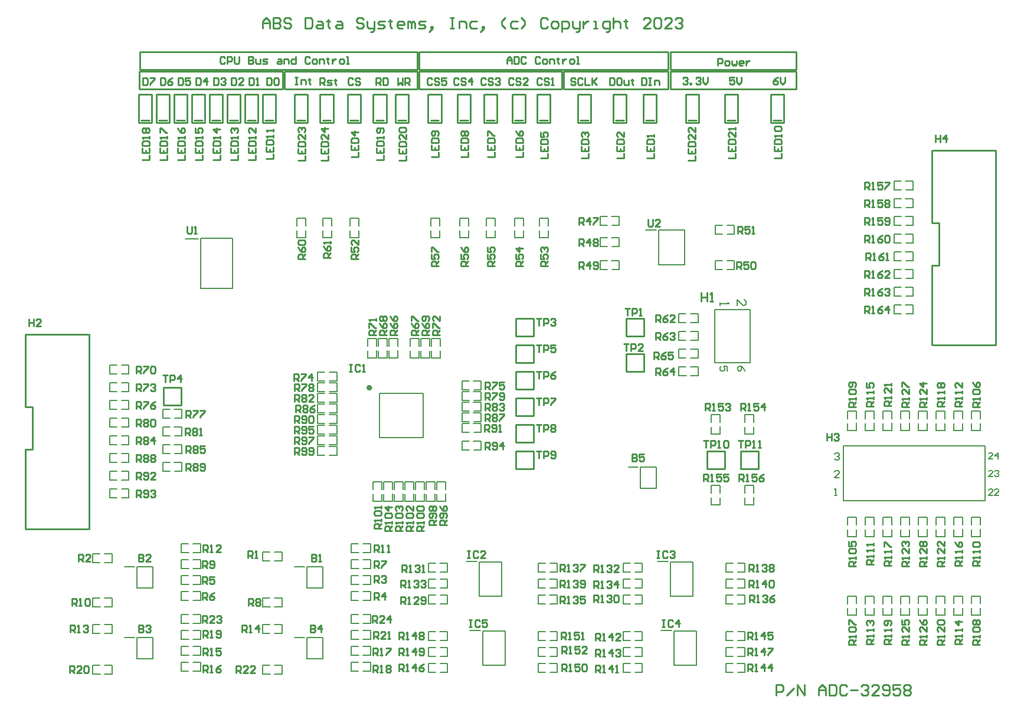
<source format=gto>
G04*
G04 #@! TF.GenerationSoftware,Altium Limited,Altium Designer,22.3.1 (43)*
G04*
G04 Layer_Color=65535*
%FSLAX25Y25*%
%MOIN*%
G70*
G04*
G04 #@! TF.SameCoordinates,D44AF7EC-015F-415D-BC9C-BA0083E1B9C0*
G04*
G04*
G04 #@! TF.FilePolarity,Positive*
G04*
G01*
G75*
%ADD10C,0.01575*%
%ADD11C,0.01000*%
%ADD12C,0.00787*%
%ADD13C,0.00500*%
%ADD14C,0.00800*%
D10*
X202107Y179748D02*
G03*
X202107Y179748I-787J0D01*
G01*
D11*
X229500Y359500D02*
X370000D01*
X229500Y369500D02*
X370000D01*
Y359500D02*
Y369500D01*
X229500Y359500D02*
Y369500D01*
X371500Y359500D02*
X442500D01*
X371500Y369500D02*
X442500D01*
Y359500D02*
Y369500D01*
X371500Y359500D02*
Y369500D01*
Y348500D02*
X442500D01*
X371500Y358500D02*
X442500D01*
Y348500D02*
Y358500D01*
X371500Y348500D02*
Y358500D01*
X229500Y348500D02*
X310000D01*
X229500Y358500D02*
X310000D01*
Y348500D02*
Y358500D01*
X229500Y348500D02*
Y358500D01*
X71500Y348500D02*
X152500D01*
X71500Y358500D02*
X152500D01*
Y348500D02*
Y358500D01*
X71500Y348500D02*
Y358500D01*
X311000Y348500D02*
X370000D01*
X311000Y358500D02*
X370000D01*
Y348500D02*
Y358500D01*
X311000Y348500D02*
Y358500D01*
X71750Y359500D02*
X228250D01*
X71750Y369500D02*
X228250D01*
Y359500D02*
Y369500D01*
X71750Y359500D02*
Y369500D01*
X153500Y348500D02*
X228500D01*
X153500Y358500D02*
X228500D01*
Y348500D02*
Y358500D01*
X153500Y348500D02*
Y358500D01*
X356000Y329500D02*
Y345500D01*
X363500D01*
Y329500D02*
Y345500D01*
X356000Y329500D02*
X363500D01*
X357500Y331000D02*
X362000D01*
X339000Y329500D02*
Y345500D01*
X346500D01*
Y329500D02*
Y345500D01*
X339000Y329500D02*
X346500D01*
X340500Y331000D02*
X345000D01*
X319000Y329500D02*
Y345500D01*
X326500D01*
Y329500D02*
Y345500D01*
X319000Y329500D02*
X326500D01*
X320500Y331000D02*
X325000D01*
X189000Y329500D02*
Y345500D01*
X196500D01*
Y329500D02*
Y345500D01*
X189000Y329500D02*
X196500D01*
X190500Y331000D02*
X195000D01*
X296000Y329500D02*
Y345500D01*
X303500D01*
Y329500D02*
Y345500D01*
X296000Y329500D02*
X303500D01*
X297500Y331000D02*
X302000D01*
X282000Y329500D02*
Y345500D01*
X289500D01*
Y329500D02*
Y345500D01*
X282000Y329500D02*
X289500D01*
X283500Y331000D02*
X288000D01*
X266000Y329500D02*
Y345500D01*
X273500D01*
Y329500D02*
Y345500D01*
X266000Y329500D02*
X273500D01*
X267500Y331000D02*
X272000D01*
X251000Y329500D02*
Y345500D01*
X258500D01*
Y329500D02*
Y345500D01*
X251000Y329500D02*
X258500D01*
X252500Y331000D02*
X257000D01*
X234500Y329500D02*
Y345500D01*
X242000D01*
Y329500D02*
Y345500D01*
X234500Y329500D02*
X242000D01*
X236000Y331000D02*
X240500D01*
X428000Y329500D02*
Y345500D01*
X435500D01*
Y329500D02*
Y345500D01*
X428000Y329500D02*
X435500D01*
X429500Y331000D02*
X434000D01*
X141000Y329500D02*
Y345500D01*
X148500D01*
Y329500D02*
Y345500D01*
X141000Y329500D02*
X148500D01*
X142500Y331000D02*
X147000D01*
X131000Y329500D02*
Y345500D01*
X138500D01*
Y329500D02*
Y345500D01*
X131000Y329500D02*
X138500D01*
X132500Y331000D02*
X137000D01*
X121000Y329500D02*
Y345500D01*
X128500D01*
Y329500D02*
Y345500D01*
X121000Y329500D02*
X128500D01*
X122500Y331000D02*
X127000D01*
X111000Y329500D02*
Y345500D01*
X118500D01*
Y329500D02*
Y345500D01*
X111000Y329500D02*
X118500D01*
X112500Y331000D02*
X117000D01*
X101000Y329500D02*
Y345500D01*
X108500D01*
Y329500D02*
Y345500D01*
X101000Y329500D02*
X108500D01*
X102500Y331000D02*
X107000D01*
X91000Y329500D02*
Y345500D01*
X98500D01*
Y329500D02*
Y345500D01*
X91000Y329500D02*
X98500D01*
X92500Y331000D02*
X97000D01*
X81000Y329500D02*
Y345500D01*
X88500D01*
Y329500D02*
Y345500D01*
X81000Y329500D02*
X88500D01*
X82500Y331000D02*
X87000D01*
X71000Y329500D02*
Y345500D01*
X78500D01*
Y329500D02*
Y345500D01*
X71000Y329500D02*
X78500D01*
X72500Y331000D02*
X77000D01*
X203500Y329500D02*
Y345500D01*
X211000D01*
Y329500D02*
Y345500D01*
X203500Y329500D02*
X211000D01*
X205000Y331000D02*
X209500D01*
X216000Y329500D02*
Y345500D01*
X223500D01*
Y329500D02*
Y345500D01*
X216000Y329500D02*
X223500D01*
X217500Y331000D02*
X222000D01*
X402000Y329500D02*
Y345500D01*
X409500D01*
Y329500D02*
Y345500D01*
X402000Y329500D02*
X409500D01*
X403500Y331000D02*
X408000D01*
X380000Y329500D02*
Y345500D01*
X387500D01*
Y329500D02*
Y345500D01*
X380000Y329500D02*
X387500D01*
X381500Y331000D02*
X386000D01*
X159000Y329500D02*
Y345500D01*
X166500D01*
Y329500D02*
Y345500D01*
X159000Y329500D02*
X166500D01*
X160500Y331000D02*
X165000D01*
X173500Y329500D02*
Y345500D01*
X181000D01*
Y329500D02*
Y345500D01*
X173500Y329500D02*
X181000D01*
X175000Y331000D02*
X179500D01*
X11000Y165000D02*
Y169000D01*
X7000D02*
X11000D01*
X7000Y210000D02*
X43000D01*
Y100000D02*
Y210000D01*
X7000Y100000D02*
X43000D01*
X7000D02*
Y145000D01*
Y169000D02*
Y210000D01*
Y145000D02*
X11000D01*
Y165000D01*
X523000Y269000D02*
Y273000D01*
X519000D02*
X523000D01*
X519000Y314000D02*
X555000D01*
Y204000D02*
Y314000D01*
X519000Y204000D02*
X555000D01*
X519000D02*
Y249000D01*
Y273000D02*
Y314000D01*
Y249000D02*
X523000D01*
Y269000D01*
X354500Y209000D02*
X356500D01*
X346500Y219000D02*
X356500D01*
X346500Y209000D02*
Y219000D01*
Y209000D02*
X356500D01*
Y219000D01*
X354500Y189000D02*
X356500D01*
X346500Y199000D02*
X356500D01*
X346500Y189000D02*
Y199000D01*
Y189000D02*
X356500D01*
Y199000D01*
X292000Y209000D02*
X294000D01*
X284000Y219000D02*
X294000D01*
X284000Y209000D02*
Y219000D01*
Y209000D02*
X294000D01*
Y219000D01*
X93000Y170000D02*
X95000D01*
X85000Y180000D02*
X95000D01*
X85000Y170000D02*
Y180000D01*
Y170000D02*
X95000D01*
Y180000D01*
X292000Y194000D02*
X294000D01*
X284000Y204000D02*
X294000D01*
X284000Y194000D02*
Y204000D01*
Y194000D02*
X294000D01*
Y204000D01*
X292000Y179000D02*
X294000D01*
X284000Y189000D02*
X294000D01*
X284000Y179000D02*
Y189000D01*
Y179000D02*
X294000D01*
Y189000D01*
X292000Y164000D02*
X294000D01*
X284000Y174000D02*
X294000D01*
X284000Y164000D02*
Y174000D01*
Y164000D02*
X294000D01*
Y174000D01*
X292000Y149000D02*
X294000D01*
X284000Y159000D02*
X294000D01*
X284000Y149000D02*
Y159000D01*
Y149000D02*
X294000D01*
Y159000D01*
X292000Y134000D02*
X294000D01*
X284000Y144000D02*
X294000D01*
X284000Y134000D02*
Y144000D01*
Y134000D02*
X294000D01*
Y144000D01*
X400000Y134000D02*
X402000D01*
X392000Y144000D02*
X402000D01*
X392000Y134000D02*
Y144000D01*
Y134000D02*
X402000D01*
Y144000D01*
X419000Y134000D02*
X421000D01*
X411000Y144000D02*
X421000D01*
X411000Y134000D02*
Y144000D01*
Y134000D02*
X421000D01*
Y144000D01*
X141000Y382999D02*
Y386998D01*
X142999Y388997D01*
X144999Y386998D01*
Y382999D01*
Y385998D01*
X141000D01*
X146998Y388997D02*
Y382999D01*
X149997D01*
X150997Y383999D01*
Y384999D01*
X149997Y385998D01*
X146998D01*
X149997D01*
X150997Y386998D01*
Y387998D01*
X149997Y388997D01*
X146998D01*
X156995Y387998D02*
X155995Y388997D01*
X153996D01*
X152996Y387998D01*
Y386998D01*
X153996Y385998D01*
X155995D01*
X156995Y384999D01*
Y383999D01*
X155995Y382999D01*
X153996D01*
X152996Y383999D01*
X164992Y388997D02*
Y382999D01*
X167991D01*
X168991Y383999D01*
Y387998D01*
X167991Y388997D01*
X164992D01*
X171990Y386998D02*
X173989D01*
X174989Y385998D01*
Y382999D01*
X171990D01*
X170990Y383999D01*
X171990Y384999D01*
X174989D01*
X177988Y387998D02*
Y386998D01*
X176988D01*
X178988D01*
X177988D01*
Y383999D01*
X178988Y382999D01*
X182986Y386998D02*
X184986D01*
X185985Y385998D01*
Y382999D01*
X182986D01*
X181987Y383999D01*
X182986Y384999D01*
X185985D01*
X197982Y387998D02*
X196982Y388997D01*
X194983D01*
X193983Y387998D01*
Y386998D01*
X194983Y385998D01*
X196982D01*
X197982Y384999D01*
Y383999D01*
X196982Y382999D01*
X194983D01*
X193983Y383999D01*
X199981Y386998D02*
Y383999D01*
X200981Y382999D01*
X203980D01*
Y382000D01*
X202980Y381000D01*
X201980D01*
X203980Y382999D02*
Y386998D01*
X205979Y382999D02*
X208978D01*
X209978Y383999D01*
X208978Y384999D01*
X206979D01*
X205979Y385998D01*
X206979Y386998D01*
X209978D01*
X212977Y387998D02*
Y386998D01*
X211977D01*
X213976D01*
X212977D01*
Y383999D01*
X213976Y382999D01*
X219974D02*
X217975D01*
X216975Y383999D01*
Y385998D01*
X217975Y386998D01*
X219974D01*
X220974Y385998D01*
Y384999D01*
X216975D01*
X222973Y382999D02*
Y386998D01*
X223973D01*
X224973Y385998D01*
Y382999D01*
Y385998D01*
X225973Y386998D01*
X226972Y385998D01*
Y382999D01*
X228972D02*
X231971D01*
X232970Y383999D01*
X231971Y384999D01*
X229971D01*
X228972Y385998D01*
X229971Y386998D01*
X232970D01*
X235969Y382000D02*
X236969Y382999D01*
Y383999D01*
X235969D01*
Y382999D01*
X236969D01*
X235969Y382000D01*
X234970Y381000D01*
X246966Y388997D02*
X248965D01*
X247965D01*
Y382999D01*
X246966D01*
X248965D01*
X251964D02*
Y386998D01*
X254963D01*
X255963Y385998D01*
Y382999D01*
X261961Y386998D02*
X258962D01*
X257962Y385998D01*
Y383999D01*
X258962Y382999D01*
X261961D01*
X264960Y382000D02*
X265960Y382999D01*
Y383999D01*
X264960D01*
Y382999D01*
X265960D01*
X264960Y382000D01*
X263960Y381000D01*
X277956Y382999D02*
X275956Y384999D01*
Y386998D01*
X277956Y388997D01*
X284953Y386998D02*
X281954D01*
X280955Y385998D01*
Y383999D01*
X281954Y382999D01*
X284953D01*
X286953D02*
X288952Y384999D01*
Y386998D01*
X286953Y388997D01*
X301948Y387998D02*
X300948Y388997D01*
X298949D01*
X297949Y387998D01*
Y383999D01*
X298949Y382999D01*
X300948D01*
X301948Y383999D01*
X304947Y382999D02*
X306946D01*
X307946Y383999D01*
Y385998D01*
X306946Y386998D01*
X304947D01*
X303947Y385998D01*
Y383999D01*
X304947Y382999D01*
X309945Y381000D02*
Y386998D01*
X312944D01*
X313944Y385998D01*
Y383999D01*
X312944Y382999D01*
X309945D01*
X315943Y386998D02*
Y383999D01*
X316943Y382999D01*
X319942D01*
Y382000D01*
X318942Y381000D01*
X317943D01*
X319942Y382999D02*
Y386998D01*
X321941D02*
Y382999D01*
Y384999D01*
X322941Y385998D01*
X323941Y386998D01*
X324940D01*
X327940Y382999D02*
X329939D01*
X328939D01*
Y386998D01*
X327940D01*
X334937Y381000D02*
X335937D01*
X336937Y382000D01*
Y386998D01*
X333938D01*
X332938Y385998D01*
Y383999D01*
X333938Y382999D01*
X336937D01*
X338936Y388997D02*
Y382999D01*
Y385998D01*
X339936Y386998D01*
X341935D01*
X342935Y385998D01*
Y382999D01*
X345934Y387998D02*
Y386998D01*
X344934D01*
X346933D01*
X345934D01*
Y383999D01*
X346933Y382999D01*
X359929D02*
X355930D01*
X359929Y386998D01*
Y387998D01*
X358929Y388997D01*
X356930D01*
X355930Y387998D01*
X361929D02*
X362928Y388997D01*
X364928D01*
X365927Y387998D01*
Y383999D01*
X364928Y382999D01*
X362928D01*
X361929Y383999D01*
Y387998D01*
X371925Y382999D02*
X367927D01*
X371925Y386998D01*
Y387998D01*
X370926Y388997D01*
X368926D01*
X367927Y387998D01*
X373925D02*
X374924Y388997D01*
X376924D01*
X377923Y387998D01*
Y386998D01*
X376924Y385998D01*
X375924D01*
X376924D01*
X377923Y384999D01*
Y383999D01*
X376924Y382999D01*
X374924D01*
X373925Y383999D01*
X431000Y6000D02*
Y11998D01*
X433999D01*
X434999Y10998D01*
Y8999D01*
X433999Y7999D01*
X431000D01*
X436998Y6000D02*
X440997Y9999D01*
X442996Y6000D02*
Y11998D01*
X446995Y6000D01*
Y11998D01*
X454992Y6000D02*
Y9999D01*
X456992Y11998D01*
X458991Y9999D01*
Y6000D01*
Y8999D01*
X454992D01*
X460990Y11998D02*
Y6000D01*
X463989D01*
X464989Y7000D01*
Y10998D01*
X463989Y11998D01*
X460990D01*
X470987Y10998D02*
X469987Y11998D01*
X467988D01*
X466988Y10998D01*
Y7000D01*
X467988Y6000D01*
X469987D01*
X470987Y7000D01*
X472986Y8999D02*
X476985D01*
X478984Y10998D02*
X479984Y11998D01*
X481984D01*
X482983Y10998D01*
Y9999D01*
X481984Y8999D01*
X480984D01*
X481984D01*
X482983Y7999D01*
Y7000D01*
X481984Y6000D01*
X479984D01*
X478984Y7000D01*
X488981Y6000D02*
X484982D01*
X488981Y9999D01*
Y10998D01*
X487982Y11998D01*
X485982D01*
X484982Y10998D01*
X490981Y7000D02*
X491980Y6000D01*
X493980D01*
X494979Y7000D01*
Y10998D01*
X493980Y11998D01*
X491980D01*
X490981Y10998D01*
Y9999D01*
X491980Y8999D01*
X494979D01*
X500977Y11998D02*
X496979D01*
Y8999D01*
X498978Y9999D01*
X499978D01*
X500977Y8999D01*
Y7000D01*
X499978Y6000D01*
X497978D01*
X496979Y7000D01*
X502977Y10998D02*
X503976Y11998D01*
X505976D01*
X506975Y10998D01*
Y9999D01*
X505976Y8999D01*
X506975Y7999D01*
Y7000D01*
X505976Y6000D01*
X503976D01*
X502977Y7000D01*
Y7999D01*
X503976Y8999D01*
X502977Y9999D01*
Y10998D01*
X503976Y8999D02*
X505976D01*
X123500Y354999D02*
Y351000D01*
X125499D01*
X126166Y351666D01*
Y354332D01*
X125499Y354999D01*
X123500D01*
X130165Y351000D02*
X127499D01*
X130165Y353666D01*
Y354332D01*
X129498Y354999D01*
X128165D01*
X127499Y354332D01*
X217500Y354999D02*
Y351000D01*
X218833Y352333D01*
X220166Y351000D01*
Y354999D01*
X221499Y351000D02*
Y354999D01*
X223498D01*
X224165Y354332D01*
Y352999D01*
X223498Y352333D01*
X221499D01*
X222832D02*
X224165Y351000D01*
X133500Y354999D02*
Y351000D01*
X135499D01*
X136166Y351666D01*
Y354332D01*
X135499Y354999D01*
X133500D01*
X137499Y351000D02*
X138832D01*
X138165D01*
Y354999D01*
X137499Y354332D01*
X143500Y354999D02*
Y351000D01*
X145499D01*
X146166Y351666D01*
Y354332D01*
X145499Y354999D01*
X143500D01*
X147499Y354332D02*
X148165Y354999D01*
X149498D01*
X150164Y354332D01*
Y351666D01*
X149498Y351000D01*
X148165D01*
X147499Y351666D01*
Y354332D01*
X159500Y355148D02*
X160833D01*
X160167D01*
Y351150D01*
X159500D01*
X160833D01*
X162832D02*
Y353815D01*
X164832D01*
X165498Y353149D01*
Y351150D01*
X167497Y354482D02*
Y353815D01*
X166831D01*
X168164D01*
X167497D01*
Y351816D01*
X168164Y351150D01*
X173500Y351000D02*
Y354999D01*
X175499D01*
X176166Y354332D01*
Y352999D01*
X175499Y352333D01*
X173500D01*
X174833D02*
X176166Y351000D01*
X177499D02*
X179498D01*
X180165Y351666D01*
X179498Y352333D01*
X178165D01*
X177499Y352999D01*
X178165Y353666D01*
X180165D01*
X182164Y354332D02*
Y353666D01*
X181497D01*
X182830D01*
X182164D01*
Y351666D01*
X182830Y351000D01*
X192166Y354332D02*
X191499Y354999D01*
X190166D01*
X189500Y354332D01*
Y351666D01*
X190166Y351000D01*
X191499D01*
X192166Y351666D01*
X196165Y354332D02*
X195498Y354999D01*
X194165D01*
X193499Y354332D01*
Y353666D01*
X194165Y352999D01*
X195498D01*
X196165Y352333D01*
Y351666D01*
X195498Y351000D01*
X194165D01*
X193499Y351666D01*
X119666Y366332D02*
X118999Y366999D01*
X117666D01*
X117000Y366332D01*
Y363666D01*
X117666Y363000D01*
X118999D01*
X119666Y363666D01*
X120999Y363000D02*
Y366999D01*
X122998D01*
X123664Y366332D01*
Y364999D01*
X122998Y364333D01*
X120999D01*
X124997Y366999D02*
Y363666D01*
X125664Y363000D01*
X126997D01*
X127663Y363666D01*
Y366999D01*
X132995D02*
Y363000D01*
X134994D01*
X135661Y363666D01*
Y364333D01*
X134994Y364999D01*
X132995D01*
X134994D01*
X135661Y365666D01*
Y366332D01*
X134994Y366999D01*
X132995D01*
X136994Y365666D02*
Y363666D01*
X137660Y363000D01*
X139659D01*
Y365666D01*
X140992Y363000D02*
X142992D01*
X143658Y363666D01*
X142992Y364333D01*
X141659D01*
X140992Y364999D01*
X141659Y365666D01*
X143658D01*
X149656D02*
X150989D01*
X151655Y364999D01*
Y363000D01*
X149656D01*
X148990Y363666D01*
X149656Y364333D01*
X151655D01*
X152988Y363000D02*
Y365666D01*
X154988D01*
X155654Y364999D01*
Y363000D01*
X159653Y366999D02*
Y363000D01*
X157653D01*
X156987Y363666D01*
Y364999D01*
X157653Y365666D01*
X159653D01*
X167650Y366332D02*
X166984Y366999D01*
X165651D01*
X164985Y366332D01*
Y363666D01*
X165651Y363000D01*
X166984D01*
X167650Y363666D01*
X169650Y363000D02*
X170983D01*
X171649Y363666D01*
Y364999D01*
X170983Y365666D01*
X169650D01*
X168983Y364999D01*
Y363666D01*
X169650Y363000D01*
X172982D02*
Y365666D01*
X174981D01*
X175648Y364999D01*
Y363000D01*
X177647Y366332D02*
Y365666D01*
X176981D01*
X178314D01*
X177647D01*
Y363666D01*
X178314Y363000D01*
X180313Y365666D02*
Y363000D01*
Y364333D01*
X180979Y364999D01*
X181646Y365666D01*
X182312D01*
X184978Y363000D02*
X186311D01*
X186977Y363666D01*
Y364999D01*
X186311Y365666D01*
X184978D01*
X184312Y364999D01*
Y363666D01*
X184978Y363000D01*
X188310D02*
X189643D01*
X188977D01*
Y366999D01*
X188310D01*
X298666Y354332D02*
X297999Y354999D01*
X296666D01*
X296000Y354332D01*
Y351666D01*
X296666Y351000D01*
X297999D01*
X298666Y351666D01*
X302664Y354332D02*
X301998Y354999D01*
X300665D01*
X299999Y354332D01*
Y353666D01*
X300665Y352999D01*
X301998D01*
X302664Y352333D01*
Y351666D01*
X301998Y351000D01*
X300665D01*
X299999Y351666D01*
X303997Y351000D02*
X305330D01*
X304664D01*
Y354999D01*
X303997Y354332D01*
X337000Y354999D02*
Y351000D01*
X338999D01*
X339666Y351666D01*
Y354332D01*
X338999Y354999D01*
X337000D01*
X342998D02*
X341665D01*
X340999Y354332D01*
Y351666D01*
X341665Y351000D01*
X342998D01*
X343665Y351666D01*
Y354332D01*
X342998Y354999D01*
X344997Y353666D02*
Y351666D01*
X345664Y351000D01*
X347663D01*
Y353666D01*
X349663Y354332D02*
Y353666D01*
X348996D01*
X350329D01*
X349663D01*
Y351666D01*
X350329Y351000D01*
X317666Y354332D02*
X316999Y354999D01*
X315666D01*
X315000Y354332D01*
Y353666D01*
X315666Y352999D01*
X316999D01*
X317666Y352333D01*
Y351666D01*
X316999Y351000D01*
X315666D01*
X315000Y351666D01*
X321665Y354332D02*
X320998Y354999D01*
X319665D01*
X318999Y354332D01*
Y351666D01*
X319665Y351000D01*
X320998D01*
X321665Y351666D01*
X322997Y354999D02*
Y351000D01*
X325663D01*
X326996Y354999D02*
Y351000D01*
Y352333D01*
X329662Y354999D01*
X327663Y352999D01*
X329662Y351000D01*
X355000Y354999D02*
Y351000D01*
X356999D01*
X357666Y351666D01*
Y354332D01*
X356999Y354999D01*
X355000D01*
X358999D02*
X360332D01*
X359665D01*
Y351000D01*
X358999D01*
X360332D01*
X362331D02*
Y353666D01*
X364330D01*
X364997Y352999D01*
Y351000D01*
X93500Y354999D02*
Y351000D01*
X95499D01*
X96166Y351666D01*
Y354332D01*
X95499Y354999D01*
X93500D01*
X100164D02*
X97499D01*
Y352999D01*
X98832Y353666D01*
X99498D01*
X100164Y352999D01*
Y351666D01*
X99498Y351000D01*
X98165D01*
X97499Y351666D01*
X83500Y354999D02*
Y351000D01*
X85499D01*
X86166Y351666D01*
Y354332D01*
X85499Y354999D01*
X83500D01*
X90165D02*
X88832Y354332D01*
X87499Y352999D01*
Y351666D01*
X88165Y351000D01*
X89498D01*
X90165Y351666D01*
Y352333D01*
X89498Y352999D01*
X87499D01*
X73500Y354999D02*
Y351000D01*
X75499D01*
X76166Y351666D01*
Y354332D01*
X75499Y354999D01*
X73500D01*
X77499D02*
X80164D01*
Y354332D01*
X77499Y351666D01*
Y351000D01*
X103500Y354999D02*
Y351000D01*
X105499D01*
X106166Y351666D01*
Y354332D01*
X105499Y354999D01*
X103500D01*
X109498Y351000D02*
Y354999D01*
X107499Y352999D01*
X110164D01*
X113500Y354999D02*
Y351000D01*
X115499D01*
X116166Y351666D01*
Y354332D01*
X115499Y354999D01*
X113500D01*
X117499Y354332D02*
X118165Y354999D01*
X119498D01*
X120165Y354332D01*
Y353666D01*
X119498Y352999D01*
X118832D01*
X119498D01*
X120165Y352333D01*
Y351666D01*
X119498Y351000D01*
X118165D01*
X117499Y351666D01*
X205000Y351000D02*
Y354999D01*
X206999D01*
X207666Y354332D01*
Y352999D01*
X206999Y352333D01*
X205000D01*
X206333D02*
X207666Y351000D01*
X208999Y354999D02*
Y351000D01*
X210998D01*
X211665Y351666D01*
Y354332D01*
X210998Y354999D01*
X208999D01*
X279000Y363000D02*
Y365666D01*
X280333Y366999D01*
X281666Y365666D01*
Y363000D01*
Y364999D01*
X279000D01*
X282999Y366999D02*
Y363000D01*
X284998D01*
X285665Y363666D01*
Y366332D01*
X284998Y366999D01*
X282999D01*
X289663Y366332D02*
X288997Y366999D01*
X287664D01*
X286997Y366332D01*
Y363666D01*
X287664Y363000D01*
X288997D01*
X289663Y363666D01*
X297661Y366332D02*
X296994Y366999D01*
X295661D01*
X294995Y366332D01*
Y363666D01*
X295661Y363000D01*
X296994D01*
X297661Y363666D01*
X299660Y363000D02*
X300993D01*
X301659Y363666D01*
Y364999D01*
X300993Y365666D01*
X299660D01*
X298994Y364999D01*
Y363666D01*
X299660Y363000D01*
X302992D02*
Y365666D01*
X304992D01*
X305658Y364999D01*
Y363000D01*
X307657Y366332D02*
Y365666D01*
X306991D01*
X308324D01*
X307657D01*
Y363666D01*
X308324Y363000D01*
X310323Y365666D02*
Y363000D01*
Y364333D01*
X310990Y364999D01*
X311656Y365666D01*
X312323D01*
X314988Y363000D02*
X316321D01*
X316988Y363666D01*
Y364999D01*
X316321Y365666D01*
X314988D01*
X314322Y364999D01*
Y363666D01*
X314988Y363000D01*
X318321D02*
X319654D01*
X318987D01*
Y366999D01*
X318321D01*
X398000Y362000D02*
Y365999D01*
X399999D01*
X400666Y365332D01*
Y363999D01*
X399999Y363333D01*
X398000D01*
X402665Y362000D02*
X403998D01*
X404665Y362666D01*
Y363999D01*
X403998Y364666D01*
X402665D01*
X401999Y363999D01*
Y362666D01*
X402665Y362000D01*
X405997Y364666D02*
Y362666D01*
X406664Y362000D01*
X407330Y362666D01*
X407997Y362000D01*
X408663Y362666D01*
Y364666D01*
X411996Y362000D02*
X410663D01*
X409996Y362666D01*
Y363999D01*
X410663Y364666D01*
X411996D01*
X412662Y363999D01*
Y363333D01*
X409996D01*
X413995Y364666D02*
Y362000D01*
Y363333D01*
X414661Y363999D01*
X415328Y364666D01*
X415994D01*
X407244Y355148D02*
X404578D01*
Y353149D01*
X405911Y353815D01*
X406578D01*
X407244Y353149D01*
Y351816D01*
X406578Y351150D01*
X405245D01*
X404578Y351816D01*
X408577Y355148D02*
Y352483D01*
X409910Y351150D01*
X411243Y352483D01*
Y355148D01*
X431990D02*
X430657Y354482D01*
X429324Y353149D01*
Y351816D01*
X429990Y351150D01*
X431323D01*
X431990Y351816D01*
Y352483D01*
X431323Y353149D01*
X429324D01*
X433323Y355148D02*
Y352483D01*
X434656Y351150D01*
X435988Y352483D01*
Y355148D01*
X378500Y354482D02*
X379166Y355148D01*
X380499D01*
X381166Y354482D01*
Y353815D01*
X380499Y353149D01*
X379833D01*
X380499D01*
X381166Y352483D01*
Y351816D01*
X380499Y351150D01*
X379166D01*
X378500Y351816D01*
X382499Y351150D02*
Y351816D01*
X383165D01*
Y351150D01*
X382499D01*
X385831Y354482D02*
X386497Y355148D01*
X387830D01*
X388497Y354482D01*
Y353815D01*
X387830Y353149D01*
X387164D01*
X387830D01*
X388497Y352483D01*
Y351816D01*
X387830Y351150D01*
X386497D01*
X385831Y351816D01*
X389830Y355148D02*
Y352483D01*
X391163Y351150D01*
X392495Y352483D01*
Y355148D01*
X236666Y354332D02*
X235999Y354999D01*
X234666D01*
X234000Y354332D01*
Y351666D01*
X234666Y351000D01*
X235999D01*
X236666Y351666D01*
X240665Y354332D02*
X239998Y354999D01*
X238665D01*
X237999Y354332D01*
Y353666D01*
X238665Y352999D01*
X239998D01*
X240665Y352333D01*
Y351666D01*
X239998Y351000D01*
X238665D01*
X237999Y351666D01*
X244663Y354999D02*
X241997D01*
Y352999D01*
X243330Y353666D01*
X243997D01*
X244663Y352999D01*
Y351666D01*
X243997Y351000D01*
X242664D01*
X241997Y351666D01*
X251666Y354332D02*
X250999Y354999D01*
X249666D01*
X249000Y354332D01*
Y351666D01*
X249666Y351000D01*
X250999D01*
X251666Y351666D01*
X255664Y354332D02*
X254998Y354999D01*
X253665D01*
X252999Y354332D01*
Y353666D01*
X253665Y352999D01*
X254998D01*
X255664Y352333D01*
Y351666D01*
X254998Y351000D01*
X253665D01*
X252999Y351666D01*
X258997Y351000D02*
Y354999D01*
X256997Y352999D01*
X259663D01*
X267166Y354332D02*
X266499Y354999D01*
X265166D01*
X264500Y354332D01*
Y351666D01*
X265166Y351000D01*
X266499D01*
X267166Y351666D01*
X271164Y354332D02*
X270498Y354999D01*
X269165D01*
X268499Y354332D01*
Y353666D01*
X269165Y352999D01*
X270498D01*
X271164Y352333D01*
Y351666D01*
X270498Y351000D01*
X269165D01*
X268499Y351666D01*
X272497Y354332D02*
X273164Y354999D01*
X274497D01*
X275163Y354332D01*
Y353666D01*
X274497Y352999D01*
X273830D01*
X274497D01*
X275163Y352333D01*
Y351666D01*
X274497Y351000D01*
X273164D01*
X272497Y351666D01*
X282666Y354332D02*
X281999Y354999D01*
X280666D01*
X280000Y354332D01*
Y351666D01*
X280666Y351000D01*
X281999D01*
X282666Y351666D01*
X286665Y354332D02*
X285998Y354999D01*
X284665D01*
X283999Y354332D01*
Y353666D01*
X284665Y352999D01*
X285998D01*
X286665Y352333D01*
Y351666D01*
X285998Y351000D01*
X284665D01*
X283999Y351666D01*
X290663Y351000D02*
X287997D01*
X290663Y353666D01*
Y354332D01*
X289997Y354999D01*
X288664D01*
X287997Y354332D01*
X358668Y274850D02*
Y271517D01*
X359334Y270851D01*
X360667D01*
X361334Y271517D01*
Y274850D01*
X365332Y270851D02*
X362667D01*
X365332Y273517D01*
Y274183D01*
X364666Y274850D01*
X363333D01*
X362667Y274183D01*
X98334Y270999D02*
Y267667D01*
X99001Y267001D01*
X100334D01*
X101000Y267667D01*
Y270999D01*
X102333Y267001D02*
X103666D01*
X102999D01*
Y270999D01*
X102333Y270333D01*
X409669Y149999D02*
X412334D01*
X411002D01*
Y146001D01*
X413667D02*
Y149999D01*
X415667D01*
X416333Y149333D01*
Y148000D01*
X415667Y147334D01*
X413667D01*
X417666Y146001D02*
X418999D01*
X418333D01*
Y149999D01*
X417666Y149333D01*
X420998Y146001D02*
X422331D01*
X421665D01*
Y149999D01*
X420998Y149333D01*
X390002Y149999D02*
X392668D01*
X391335D01*
Y146001D01*
X394001D02*
Y149999D01*
X396000D01*
X396667Y149333D01*
Y148000D01*
X396000Y147334D01*
X394001D01*
X398000Y146001D02*
X399333D01*
X398666D01*
Y149999D01*
X398000Y149333D01*
X401332D02*
X401998Y149999D01*
X403331D01*
X403998Y149333D01*
Y146667D01*
X403331Y146001D01*
X401998D01*
X401332Y146667D01*
Y149333D01*
X295668Y143999D02*
X298334D01*
X297001D01*
Y140001D01*
X299667D02*
Y143999D01*
X301666D01*
X302333Y143333D01*
Y142000D01*
X301666Y141333D01*
X299667D01*
X303666Y140667D02*
X304332Y140001D01*
X305665D01*
X306332Y140667D01*
Y143333D01*
X305665Y143999D01*
X304332D01*
X303666Y143333D01*
Y142666D01*
X304332Y142000D01*
X306332D01*
X295668Y158999D02*
X298334D01*
X297001D01*
Y155001D01*
X299667D02*
Y158999D01*
X301666D01*
X302333Y158333D01*
Y157000D01*
X301666Y156333D01*
X299667D01*
X303666Y158333D02*
X304332Y158999D01*
X305665D01*
X306332Y158333D01*
Y157667D01*
X305665Y157000D01*
X306332Y156333D01*
Y155667D01*
X305665Y155001D01*
X304332D01*
X303666Y155667D01*
Y156333D01*
X304332Y157000D01*
X303666Y157667D01*
Y158333D01*
X304332Y157000D02*
X305665D01*
X295668Y173999D02*
X298334D01*
X297001D01*
Y170001D01*
X299667D02*
Y173999D01*
X301666D01*
X302333Y173333D01*
Y172000D01*
X301666Y171334D01*
X299667D01*
X303666Y173999D02*
X306332D01*
Y173333D01*
X303666Y170667D01*
Y170001D01*
X295668Y188999D02*
X298334D01*
X297001D01*
Y185001D01*
X299667D02*
Y188999D01*
X301666D01*
X302333Y188333D01*
Y187000D01*
X301666Y186334D01*
X299667D01*
X306332Y188999D02*
X304999Y188333D01*
X303666Y187000D01*
Y185667D01*
X304332Y185001D01*
X305665D01*
X306332Y185667D01*
Y186334D01*
X305665Y187000D01*
X303666D01*
X295668Y203999D02*
X298334D01*
X297001D01*
Y200001D01*
X299667D02*
Y203999D01*
X301666D01*
X302333Y203333D01*
Y202000D01*
X301666Y201333D01*
X299667D01*
X306332Y203999D02*
X303666D01*
Y202000D01*
X304999Y202666D01*
X305665D01*
X306332Y202000D01*
Y200667D01*
X305665Y200001D01*
X304332D01*
X303666Y200667D01*
X84668Y186999D02*
X87334D01*
X86001D01*
Y183001D01*
X88667D02*
Y186999D01*
X90666D01*
X91333Y186333D01*
Y185000D01*
X90666Y184334D01*
X88667D01*
X94665Y183001D02*
Y186999D01*
X92666Y185000D01*
X95332D01*
X295668Y218999D02*
X298334D01*
X297001D01*
Y215001D01*
X299667D02*
Y218999D01*
X301666D01*
X302333Y218333D01*
Y217000D01*
X301666Y216334D01*
X299667D01*
X303666Y218333D02*
X304332Y218999D01*
X305665D01*
X306332Y218333D01*
Y217666D01*
X305665Y217000D01*
X304999D01*
X305665D01*
X306332Y216334D01*
Y215667D01*
X305665Y215001D01*
X304332D01*
X303666Y215667D01*
X345168Y204499D02*
X347834D01*
X346501D01*
Y200501D01*
X349167D02*
Y204499D01*
X351166D01*
X351833Y203833D01*
Y202500D01*
X351166Y201834D01*
X349167D01*
X355832Y200501D02*
X353166D01*
X355832Y203167D01*
Y203833D01*
X355165Y204499D01*
X353832D01*
X353166Y203833D01*
X345835Y224499D02*
X348501D01*
X347168D01*
Y220501D01*
X349834D02*
Y224499D01*
X351833D01*
X352499Y223833D01*
Y222500D01*
X351833Y221834D01*
X349834D01*
X353832Y220501D02*
X355165D01*
X354499D01*
Y224499D01*
X353832Y223833D01*
X481002Y222001D02*
Y225999D01*
X483002D01*
X483668Y225333D01*
Y224000D01*
X483002Y223334D01*
X481002D01*
X482335D02*
X483668Y222001D01*
X485001D02*
X486334D01*
X485667D01*
Y225999D01*
X485001Y225333D01*
X490999Y225999D02*
X489666Y225333D01*
X488333Y224000D01*
Y222667D01*
X489000Y222001D01*
X490333D01*
X490999Y222667D01*
Y223334D01*
X490333Y224000D01*
X488333D01*
X494331Y222001D02*
Y225999D01*
X492332Y224000D01*
X494998D01*
X481002Y232001D02*
Y235999D01*
X483002D01*
X483668Y235333D01*
Y234000D01*
X483002Y233334D01*
X481002D01*
X482335D02*
X483668Y232001D01*
X485001D02*
X486334D01*
X485667D01*
Y235999D01*
X485001Y235333D01*
X490999Y235999D02*
X489666Y235333D01*
X488333Y234000D01*
Y232667D01*
X489000Y232001D01*
X490333D01*
X490999Y232667D01*
Y233334D01*
X490333Y234000D01*
X488333D01*
X492332Y235333D02*
X492998Y235999D01*
X494331D01*
X494998Y235333D01*
Y234666D01*
X494331Y234000D01*
X493665D01*
X494331D01*
X494998Y233334D01*
Y232667D01*
X494331Y232001D01*
X492998D01*
X492332Y232667D01*
X481002Y242001D02*
Y245999D01*
X483002D01*
X483668Y245333D01*
Y244000D01*
X483002Y243334D01*
X481002D01*
X482335D02*
X483668Y242001D01*
X485001D02*
X486334D01*
X485667D01*
Y245999D01*
X485001Y245333D01*
X490999Y245999D02*
X489666Y245333D01*
X488333Y244000D01*
Y242667D01*
X489000Y242001D01*
X490333D01*
X490999Y242667D01*
Y243334D01*
X490333Y244000D01*
X488333D01*
X494998Y242001D02*
X492332D01*
X494998Y244666D01*
Y245333D01*
X494331Y245999D01*
X492998D01*
X492332Y245333D01*
X481669Y252001D02*
Y255999D01*
X483668D01*
X484335Y255333D01*
Y254000D01*
X483668Y253334D01*
X481669D01*
X483002D02*
X484335Y252001D01*
X485667D02*
X487000D01*
X486334D01*
Y255999D01*
X485667Y255333D01*
X491666Y255999D02*
X490333Y255333D01*
X489000Y254000D01*
Y252667D01*
X489666Y252001D01*
X490999D01*
X491666Y252667D01*
Y253334D01*
X490999Y254000D01*
X489000D01*
X492998Y252001D02*
X494331D01*
X493665D01*
Y255999D01*
X492998Y255333D01*
X481002Y262001D02*
Y265999D01*
X483002D01*
X483668Y265333D01*
Y264000D01*
X483002Y263334D01*
X481002D01*
X482335D02*
X483668Y262001D01*
X485001D02*
X486334D01*
X485667D01*
Y265999D01*
X485001Y265333D01*
X490999Y265999D02*
X489666Y265333D01*
X488333Y264000D01*
Y262667D01*
X489000Y262001D01*
X490333D01*
X490999Y262667D01*
Y263334D01*
X490333Y264000D01*
X488333D01*
X492332Y265333D02*
X492998Y265999D01*
X494331D01*
X494998Y265333D01*
Y262667D01*
X494331Y262001D01*
X492998D01*
X492332Y262667D01*
Y265333D01*
X481002Y272001D02*
Y275999D01*
X483002D01*
X483668Y275333D01*
Y274000D01*
X483002Y273334D01*
X481002D01*
X482335D02*
X483668Y272001D01*
X485001D02*
X486334D01*
X485667D01*
Y275999D01*
X485001Y275333D01*
X490999Y275999D02*
X488333D01*
Y274000D01*
X489666Y274666D01*
X490333D01*
X490999Y274000D01*
Y272667D01*
X490333Y272001D01*
X489000D01*
X488333Y272667D01*
X492332D02*
X492998Y272001D01*
X494331D01*
X494998Y272667D01*
Y275333D01*
X494331Y275999D01*
X492998D01*
X492332Y275333D01*
Y274666D01*
X492998Y274000D01*
X494998D01*
X481002Y282001D02*
Y285999D01*
X483002D01*
X483668Y285333D01*
Y284000D01*
X483002Y283334D01*
X481002D01*
X482335D02*
X483668Y282001D01*
X485001D02*
X486334D01*
X485667D01*
Y285999D01*
X485001Y285333D01*
X490999Y285999D02*
X488333D01*
Y284000D01*
X489666Y284666D01*
X490333D01*
X490999Y284000D01*
Y282667D01*
X490333Y282001D01*
X489000D01*
X488333Y282667D01*
X492332Y285333D02*
X492998Y285999D01*
X494331D01*
X494998Y285333D01*
Y284666D01*
X494331Y284000D01*
X494998Y283334D01*
Y282667D01*
X494331Y282001D01*
X492998D01*
X492332Y282667D01*
Y283334D01*
X492998Y284000D01*
X492332Y284666D01*
Y285333D01*
X492998Y284000D02*
X494331D01*
X481002Y292001D02*
Y295999D01*
X483002D01*
X483668Y295333D01*
Y294000D01*
X483002Y293334D01*
X481002D01*
X482335D02*
X483668Y292001D01*
X485001D02*
X486334D01*
X485667D01*
Y295999D01*
X485001Y295333D01*
X490999Y295999D02*
X488333D01*
Y294000D01*
X489666Y294666D01*
X490333D01*
X490999Y294000D01*
Y292667D01*
X490333Y292001D01*
X489000D01*
X488333Y292667D01*
X492332Y295999D02*
X494998D01*
Y295333D01*
X492332Y292667D01*
Y292001D01*
X410002Y127001D02*
Y130999D01*
X412002D01*
X412668Y130333D01*
Y129000D01*
X412002Y128333D01*
X410002D01*
X411335D02*
X412668Y127001D01*
X414001D02*
X415334D01*
X414667D01*
Y130999D01*
X414001Y130333D01*
X419999Y130999D02*
X417333D01*
Y129000D01*
X418666Y129666D01*
X419333D01*
X419999Y129000D01*
Y127667D01*
X419333Y127001D01*
X418000D01*
X417333Y127667D01*
X423998Y130999D02*
X422665Y130333D01*
X421332Y129000D01*
Y127667D01*
X421998Y127001D01*
X423331D01*
X423998Y127667D01*
Y128333D01*
X423331Y129000D01*
X421332D01*
X390002Y127001D02*
Y130999D01*
X392002D01*
X392668Y130333D01*
Y129000D01*
X392002Y128333D01*
X390002D01*
X391335D02*
X392668Y127001D01*
X394001D02*
X395334D01*
X394667D01*
Y130999D01*
X394001Y130333D01*
X399999Y130999D02*
X397333D01*
Y129000D01*
X398666Y129666D01*
X399333D01*
X399999Y129000D01*
Y127667D01*
X399333Y127001D01*
X398000D01*
X397333Y127667D01*
X403998Y130999D02*
X401332D01*
Y129000D01*
X402665Y129666D01*
X403331D01*
X403998Y129000D01*
Y127667D01*
X403331Y127001D01*
X401998D01*
X401332Y127667D01*
X411002Y167001D02*
Y170999D01*
X413002D01*
X413668Y170333D01*
Y169000D01*
X413002Y168333D01*
X411002D01*
X412335D02*
X413668Y167001D01*
X415001D02*
X416334D01*
X415667D01*
Y170999D01*
X415001Y170333D01*
X420999Y170999D02*
X418333D01*
Y169000D01*
X419666Y169667D01*
X420333D01*
X420999Y169000D01*
Y167667D01*
X420333Y167001D01*
X419000D01*
X418333Y167667D01*
X424331Y167001D02*
Y170999D01*
X422332Y169000D01*
X424998D01*
X391002Y167001D02*
Y170999D01*
X393002D01*
X393668Y170333D01*
Y169000D01*
X393002Y168333D01*
X391002D01*
X392335D02*
X393668Y167001D01*
X395001D02*
X396334D01*
X395667D01*
Y170999D01*
X395001Y170333D01*
X400999Y170999D02*
X398333D01*
Y169000D01*
X399666Y169667D01*
X400333D01*
X400999Y169000D01*
Y167667D01*
X400333Y167001D01*
X399000D01*
X398333Y167667D01*
X402332Y170333D02*
X402998Y170999D01*
X404331D01*
X404998Y170333D01*
Y169667D01*
X404331Y169000D01*
X403665D01*
X404331D01*
X404998Y168333D01*
Y167667D01*
X404331Y167001D01*
X402998D01*
X402332Y167667D01*
X310002Y29501D02*
Y33499D01*
X312002D01*
X312668Y32833D01*
Y31500D01*
X312002Y30834D01*
X310002D01*
X311335D02*
X312668Y29501D01*
X314001D02*
X315334D01*
X314667D01*
Y33499D01*
X314001Y32833D01*
X319999Y33499D02*
X317333D01*
Y31500D01*
X318666Y32166D01*
X319333D01*
X319999Y31500D01*
Y30167D01*
X319333Y29501D01*
X318000D01*
X317333Y30167D01*
X323998Y29501D02*
X321332D01*
X323998Y32166D01*
Y32833D01*
X323331Y33499D01*
X321998D01*
X321332Y32833D01*
X309669Y37501D02*
Y41499D01*
X311668D01*
X312334Y40833D01*
Y39500D01*
X311668Y38834D01*
X309669D01*
X311002D02*
X312334Y37501D01*
X313667D02*
X315000D01*
X314334D01*
Y41499D01*
X313667Y40833D01*
X319666Y41499D02*
X317000D01*
Y39500D01*
X318333Y40166D01*
X318999D01*
X319666Y39500D01*
Y38167D01*
X318999Y37501D01*
X317666D01*
X317000Y38167D01*
X320998Y37501D02*
X322331D01*
X321665D01*
Y41499D01*
X320998Y40833D01*
X310002Y19501D02*
Y23499D01*
X312002D01*
X312668Y22833D01*
Y21500D01*
X312002Y20833D01*
X310002D01*
X311335D02*
X312668Y19501D01*
X314001D02*
X315334D01*
X314667D01*
Y23499D01*
X314001Y22833D01*
X319999Y23499D02*
X317333D01*
Y21500D01*
X318666Y22166D01*
X319333D01*
X319999Y21500D01*
Y20167D01*
X319333Y19501D01*
X318000D01*
X317333Y20167D01*
X321332Y22833D02*
X321998Y23499D01*
X323331D01*
X323998Y22833D01*
Y20167D01*
X323331Y19501D01*
X321998D01*
X321332Y20167D01*
Y22833D01*
X218002Y28501D02*
Y32499D01*
X220002D01*
X220668Y31833D01*
Y30500D01*
X220002Y29834D01*
X218002D01*
X219335D02*
X220668Y28501D01*
X222001D02*
X223334D01*
X222667D01*
Y32499D01*
X222001Y31833D01*
X227333Y28501D02*
Y32499D01*
X225333Y30500D01*
X227999D01*
X229332Y29167D02*
X229998Y28501D01*
X231331D01*
X231998Y29167D01*
Y31833D01*
X231331Y32499D01*
X229998D01*
X229332Y31833D01*
Y31166D01*
X229998Y30500D01*
X231998D01*
X218002Y37501D02*
Y41499D01*
X220002D01*
X220668Y40833D01*
Y39500D01*
X220002Y38834D01*
X218002D01*
X219335D02*
X220668Y37501D01*
X222001D02*
X223334D01*
X222667D01*
Y41499D01*
X222001Y40833D01*
X227333Y37501D02*
Y41499D01*
X225333Y39500D01*
X227999D01*
X229332Y40833D02*
X229998Y41499D01*
X231331D01*
X231998Y40833D01*
Y40166D01*
X231331Y39500D01*
X231998Y38834D01*
Y38167D01*
X231331Y37501D01*
X229998D01*
X229332Y38167D01*
Y38834D01*
X229998Y39500D01*
X229332Y40166D01*
Y40833D01*
X229998Y39500D02*
X231331D01*
X415002Y28501D02*
Y32499D01*
X417002D01*
X417668Y31833D01*
Y30500D01*
X417002Y29834D01*
X415002D01*
X416335D02*
X417668Y28501D01*
X419001D02*
X420334D01*
X419667D01*
Y32499D01*
X419001Y31833D01*
X424333Y28501D02*
Y32499D01*
X422333Y30500D01*
X424999D01*
X426332Y32499D02*
X428998D01*
Y31833D01*
X426332Y29167D01*
Y28501D01*
X218002Y19501D02*
Y23499D01*
X220002D01*
X220668Y22833D01*
Y21500D01*
X220002Y20833D01*
X218002D01*
X219335D02*
X220668Y19501D01*
X222001D02*
X223334D01*
X222667D01*
Y23499D01*
X222001Y22833D01*
X227333Y19501D02*
Y23499D01*
X225333Y21500D01*
X227999D01*
X231998Y23499D02*
X230665Y22833D01*
X229332Y21500D01*
Y20167D01*
X229998Y19501D01*
X231331D01*
X231998Y20167D01*
Y20833D01*
X231331Y21500D01*
X229332D01*
X415002Y37501D02*
Y41499D01*
X417002D01*
X417668Y40833D01*
Y39500D01*
X417002Y38834D01*
X415002D01*
X416335D02*
X417668Y37501D01*
X419001D02*
X420334D01*
X419667D01*
Y41499D01*
X419001Y40833D01*
X424333Y37501D02*
Y41499D01*
X422333Y39500D01*
X424999D01*
X428998Y41499D02*
X426332D01*
Y39500D01*
X427665Y40166D01*
X428331D01*
X428998Y39500D01*
Y38167D01*
X428331Y37501D01*
X426998D01*
X426332Y38167D01*
X415002Y19501D02*
Y23499D01*
X417002D01*
X417668Y22833D01*
Y21500D01*
X417002Y20833D01*
X415002D01*
X416335D02*
X417668Y19501D01*
X419001D02*
X420334D01*
X419667D01*
Y23499D01*
X419001Y22833D01*
X424333Y19501D02*
Y23499D01*
X422333Y21500D01*
X424999D01*
X428331Y19501D02*
Y23499D01*
X426332Y21500D01*
X428998D01*
X329002Y28001D02*
Y31999D01*
X331002D01*
X331668Y31333D01*
Y30000D01*
X331002Y29334D01*
X329002D01*
X330335D02*
X331668Y28001D01*
X333001D02*
X334334D01*
X333667D01*
Y31999D01*
X333001Y31333D01*
X338333Y28001D02*
Y31999D01*
X336333Y30000D01*
X338999D01*
X340332Y31333D02*
X340998Y31999D01*
X342331D01*
X342998Y31333D01*
Y30666D01*
X342331Y30000D01*
X341665D01*
X342331D01*
X342998Y29334D01*
Y28667D01*
X342331Y28001D01*
X340998D01*
X340332Y28667D01*
X329002Y37001D02*
Y40999D01*
X331002D01*
X331668Y40333D01*
Y39000D01*
X331002Y38334D01*
X329002D01*
X330335D02*
X331668Y37001D01*
X333001D02*
X334334D01*
X333667D01*
Y40999D01*
X333001Y40333D01*
X338333Y37001D02*
Y40999D01*
X336333Y39000D01*
X338999D01*
X342998Y37001D02*
X340332D01*
X342998Y39666D01*
Y40333D01*
X342331Y40999D01*
X340998D01*
X340332Y40333D01*
X329002Y19001D02*
Y22999D01*
X331002D01*
X331668Y22333D01*
Y21000D01*
X331002Y20334D01*
X329002D01*
X330335D02*
X331668Y19001D01*
X333001D02*
X334334D01*
X333667D01*
Y22999D01*
X333001Y22333D01*
X338333Y19001D02*
Y22999D01*
X336333Y21000D01*
X338999D01*
X340332Y19001D02*
X341665D01*
X340998D01*
Y22999D01*
X340332Y22333D01*
X415853Y67001D02*
Y70999D01*
X417852D01*
X418518Y70333D01*
Y69000D01*
X417852Y68334D01*
X415853D01*
X417185D02*
X418518Y67001D01*
X419851D02*
X421184D01*
X420518D01*
Y70999D01*
X419851Y70333D01*
X425183Y67001D02*
Y70999D01*
X423184Y69000D01*
X425849D01*
X427182Y70333D02*
X427849Y70999D01*
X429182D01*
X429848Y70333D01*
Y67667D01*
X429182Y67001D01*
X427849D01*
X427182Y67667D01*
Y70333D01*
X309002Y67001D02*
Y70999D01*
X311002D01*
X311668Y70333D01*
Y69000D01*
X311002Y68334D01*
X309002D01*
X310335D02*
X311668Y67001D01*
X313001D02*
X314334D01*
X313667D01*
Y70999D01*
X313001Y70333D01*
X316333D02*
X317000Y70999D01*
X318333D01*
X318999Y70333D01*
Y69666D01*
X318333Y69000D01*
X317666D01*
X318333D01*
X318999Y68334D01*
Y67667D01*
X318333Y67001D01*
X317000D01*
X316333Y67667D01*
X320332D02*
X320998Y67001D01*
X322331D01*
X322998Y67667D01*
Y70333D01*
X322331Y70999D01*
X320998D01*
X320332Y70333D01*
Y69666D01*
X320998Y69000D01*
X322998D01*
X415853Y76001D02*
Y79999D01*
X417852D01*
X418518Y79333D01*
Y78000D01*
X417852Y77334D01*
X415853D01*
X417185D02*
X418518Y76001D01*
X419851D02*
X421184D01*
X420518D01*
Y79999D01*
X419851Y79333D01*
X423184D02*
X423850Y79999D01*
X425183D01*
X425849Y79333D01*
Y78666D01*
X425183Y78000D01*
X424516D01*
X425183D01*
X425849Y77334D01*
Y76667D01*
X425183Y76001D01*
X423850D01*
X423184Y76667D01*
X427182Y79333D02*
X427849Y79999D01*
X429182D01*
X429848Y79333D01*
Y78666D01*
X429182Y78000D01*
X429848Y77334D01*
Y76667D01*
X429182Y76001D01*
X427849D01*
X427182Y76667D01*
Y77334D01*
X427849Y78000D01*
X427182Y78666D01*
Y79333D01*
X427849Y78000D02*
X429182D01*
X309002Y76001D02*
Y79999D01*
X311002D01*
X311668Y79333D01*
Y78000D01*
X311002Y77334D01*
X309002D01*
X310335D02*
X311668Y76001D01*
X313001D02*
X314334D01*
X313667D01*
Y79999D01*
X313001Y79333D01*
X316333D02*
X317000Y79999D01*
X318333D01*
X318999Y79333D01*
Y78666D01*
X318333Y78000D01*
X317666D01*
X318333D01*
X318999Y77334D01*
Y76667D01*
X318333Y76001D01*
X317000D01*
X316333Y76667D01*
X320332Y79999D02*
X322998D01*
Y79333D01*
X320332Y76667D01*
Y76001D01*
X416002Y58501D02*
Y62499D01*
X418002D01*
X418668Y61833D01*
Y60500D01*
X418002Y59834D01*
X416002D01*
X417335D02*
X418668Y58501D01*
X420001D02*
X421334D01*
X420667D01*
Y62499D01*
X420001Y61833D01*
X423333D02*
X424000Y62499D01*
X425333D01*
X425999Y61833D01*
Y61166D01*
X425333Y60500D01*
X424666D01*
X425333D01*
X425999Y59834D01*
Y59167D01*
X425333Y58501D01*
X424000D01*
X423333Y59167D01*
X429998Y62499D02*
X428665Y61833D01*
X427332Y60500D01*
Y59167D01*
X427998Y58501D01*
X429331D01*
X429998Y59167D01*
Y59834D01*
X429331Y60500D01*
X427332D01*
X309002Y58001D02*
Y61999D01*
X311002D01*
X311668Y61333D01*
Y60000D01*
X311002Y59334D01*
X309002D01*
X310335D02*
X311668Y58001D01*
X313001D02*
X314334D01*
X313667D01*
Y61999D01*
X313001Y61333D01*
X316333D02*
X317000Y61999D01*
X318333D01*
X318999Y61333D01*
Y60666D01*
X318333Y60000D01*
X317666D01*
X318333D01*
X318999Y59334D01*
Y58667D01*
X318333Y58001D01*
X317000D01*
X316333Y58667D01*
X322998Y61999D02*
X320332D01*
Y60000D01*
X321665Y60666D01*
X322331D01*
X322998Y60000D01*
Y58667D01*
X322331Y58001D01*
X320998D01*
X320332Y58667D01*
X328002Y66501D02*
Y70499D01*
X330002D01*
X330668Y69833D01*
Y68500D01*
X330002Y67834D01*
X328002D01*
X329335D02*
X330668Y66501D01*
X332001D02*
X333334D01*
X332667D01*
Y70499D01*
X332001Y69833D01*
X335333D02*
X336000Y70499D01*
X337333D01*
X337999Y69833D01*
Y69166D01*
X337333Y68500D01*
X336666D01*
X337333D01*
X337999Y67834D01*
Y67167D01*
X337333Y66501D01*
X336000D01*
X335333Y67167D01*
X341331Y66501D02*
Y70499D01*
X339332Y68500D01*
X341998D01*
X219002Y67001D02*
Y70999D01*
X221002D01*
X221668Y70333D01*
Y69000D01*
X221002Y68334D01*
X219002D01*
X220335D02*
X221668Y67001D01*
X223001D02*
X224334D01*
X223667D01*
Y70999D01*
X223001Y70333D01*
X226333D02*
X227000Y70999D01*
X228333D01*
X228999Y70333D01*
Y69666D01*
X228333Y69000D01*
X227666D01*
X228333D01*
X228999Y68334D01*
Y67667D01*
X228333Y67001D01*
X227000D01*
X226333Y67667D01*
X230332Y70333D02*
X230998Y70999D01*
X232331D01*
X232998Y70333D01*
Y69666D01*
X232331Y69000D01*
X231665D01*
X232331D01*
X232998Y68334D01*
Y67667D01*
X232331Y67001D01*
X230998D01*
X230332Y67667D01*
X328002Y75501D02*
Y79499D01*
X330002D01*
X330668Y78833D01*
Y77500D01*
X330002Y76834D01*
X328002D01*
X329335D02*
X330668Y75501D01*
X332001D02*
X333334D01*
X332667D01*
Y79499D01*
X332001Y78833D01*
X335333D02*
X336000Y79499D01*
X337333D01*
X337999Y78833D01*
Y78166D01*
X337333Y77500D01*
X336666D01*
X337333D01*
X337999Y76834D01*
Y76167D01*
X337333Y75501D01*
X336000D01*
X335333Y76167D01*
X341998Y75501D02*
X339332D01*
X341998Y78166D01*
Y78833D01*
X341331Y79499D01*
X339998D01*
X339332Y78833D01*
X219669Y75501D02*
Y79499D01*
X221668D01*
X222335Y78833D01*
Y77500D01*
X221668Y76834D01*
X219669D01*
X221002D02*
X222335Y75501D01*
X223667D02*
X225000D01*
X224334D01*
Y79499D01*
X223667Y78833D01*
X227000D02*
X227666Y79499D01*
X228999D01*
X229665Y78833D01*
Y78166D01*
X228999Y77500D01*
X228333D01*
X228999D01*
X229665Y76834D01*
Y76167D01*
X228999Y75501D01*
X227666D01*
X227000Y76167D01*
X230998Y75501D02*
X232331D01*
X231665D01*
Y79499D01*
X230998Y78833D01*
X328002Y58501D02*
Y62499D01*
X330002D01*
X330668Y61833D01*
Y60500D01*
X330002Y59834D01*
X328002D01*
X329335D02*
X330668Y58501D01*
X332001D02*
X333334D01*
X332667D01*
Y62499D01*
X332001Y61833D01*
X335333D02*
X336000Y62499D01*
X337333D01*
X337999Y61833D01*
Y61166D01*
X337333Y60500D01*
X336666D01*
X337333D01*
X337999Y59834D01*
Y59167D01*
X337333Y58501D01*
X336000D01*
X335333Y59167D01*
X339332Y61833D02*
X339998Y62499D01*
X341331D01*
X341998Y61833D01*
Y59167D01*
X341331Y58501D01*
X339998D01*
X339332Y59167D01*
Y61833D01*
X219002Y57501D02*
Y61499D01*
X221002D01*
X221668Y60833D01*
Y59500D01*
X221002Y58834D01*
X219002D01*
X220335D02*
X221668Y57501D01*
X223001D02*
X224334D01*
X223667D01*
Y61499D01*
X223001Y60833D01*
X228999Y57501D02*
X226333D01*
X228999Y60166D01*
Y60833D01*
X228333Y61499D01*
X227000D01*
X226333Y60833D01*
X230332Y58167D02*
X230998Y57501D01*
X232331D01*
X232998Y58167D01*
Y60833D01*
X232331Y61499D01*
X230998D01*
X230332Y60833D01*
Y60166D01*
X230998Y59500D01*
X232998D01*
X515999Y79002D02*
X512001D01*
Y81002D01*
X512667Y81668D01*
X514000D01*
X514666Y81002D01*
Y79002D01*
Y80335D02*
X515999Y81668D01*
Y83001D02*
Y84334D01*
Y83667D01*
X512001D01*
X512667Y83001D01*
X515999Y88999D02*
Y86333D01*
X513334Y88999D01*
X512667D01*
X512001Y88333D01*
Y87000D01*
X512667Y86333D01*
Y90332D02*
X512001Y90998D01*
Y92331D01*
X512667Y92998D01*
X513334D01*
X514000Y92331D01*
X514666Y92998D01*
X515333D01*
X515999Y92331D01*
Y90998D01*
X515333Y90332D01*
X514666D01*
X514000Y90998D01*
X513334Y90332D01*
X512667D01*
X514000Y90998D02*
Y92331D01*
X505999Y169002D02*
X502001D01*
Y171002D01*
X502667Y171668D01*
X504000D01*
X504666Y171002D01*
Y169002D01*
Y170335D02*
X505999Y171668D01*
Y173001D02*
Y174334D01*
Y173667D01*
X502001D01*
X502667Y173001D01*
X505999Y178999D02*
Y176333D01*
X503334Y178999D01*
X502667D01*
X502001Y178333D01*
Y177000D01*
X502667Y176333D01*
X502001Y180332D02*
Y182998D01*
X502667D01*
X505333Y180332D01*
X505999D01*
X515999Y34502D02*
X512001D01*
Y36502D01*
X512667Y37168D01*
X514000D01*
X514666Y36502D01*
Y34502D01*
Y35835D02*
X515999Y37168D01*
Y38501D02*
Y39834D01*
Y39167D01*
X512001D01*
X512667Y38501D01*
X515999Y44499D02*
Y41833D01*
X513334Y44499D01*
X512667D01*
X512001Y43833D01*
Y42500D01*
X512667Y41833D01*
X512001Y48498D02*
X512667Y47165D01*
X514000Y45832D01*
X515333D01*
X515999Y46498D01*
Y47831D01*
X515333Y48498D01*
X514666D01*
X514000Y47831D01*
Y45832D01*
X505999Y34502D02*
X502001D01*
Y36502D01*
X502667Y37168D01*
X504000D01*
X504666Y36502D01*
Y34502D01*
Y35835D02*
X505999Y37168D01*
Y38501D02*
Y39834D01*
Y39167D01*
X502001D01*
X502667Y38501D01*
X505999Y44499D02*
Y41833D01*
X503334Y44499D01*
X502667D01*
X502001Y43833D01*
Y42500D01*
X502667Y41833D01*
X502001Y48498D02*
Y45832D01*
X504000D01*
X503334Y47165D01*
Y47831D01*
X504000Y48498D01*
X505333D01*
X505999Y47831D01*
Y46498D01*
X505333Y45832D01*
X515999Y169002D02*
X512001D01*
Y171002D01*
X512667Y171668D01*
X514000D01*
X514666Y171002D01*
Y169002D01*
Y170335D02*
X515999Y171668D01*
Y173001D02*
Y174334D01*
Y173667D01*
X512001D01*
X512667Y173001D01*
X515999Y178999D02*
Y176333D01*
X513334Y178999D01*
X512667D01*
X512001Y178333D01*
Y177000D01*
X512667Y176333D01*
X515999Y182331D02*
X512001D01*
X514000Y180332D01*
Y182998D01*
X505999Y79002D02*
X502001D01*
Y81002D01*
X502667Y81668D01*
X504000D01*
X504666Y81002D01*
Y79002D01*
Y80335D02*
X505999Y81668D01*
Y83001D02*
Y84334D01*
Y83667D01*
X502001D01*
X502667Y83001D01*
X505999Y88999D02*
Y86333D01*
X503334Y88999D01*
X502667D01*
X502001Y88333D01*
Y87000D01*
X502667Y86333D01*
Y90332D02*
X502001Y90998D01*
Y92331D01*
X502667Y92998D01*
X503334D01*
X504000Y92331D01*
Y91665D01*
Y92331D01*
X504666Y92998D01*
X505333D01*
X505999Y92331D01*
Y90998D01*
X505333Y90332D01*
X525999Y79002D02*
X522001D01*
Y81002D01*
X522667Y81668D01*
X524000D01*
X524666Y81002D01*
Y79002D01*
Y80335D02*
X525999Y81668D01*
Y83001D02*
Y84334D01*
Y83667D01*
X522001D01*
X522667Y83001D01*
X525999Y88999D02*
Y86333D01*
X523334Y88999D01*
X522667D01*
X522001Y88333D01*
Y87000D01*
X522667Y86333D01*
X525999Y92998D02*
Y90332D01*
X523334Y92998D01*
X522667D01*
X522001Y92331D01*
Y90998D01*
X522667Y90332D01*
X495999Y169669D02*
X492001D01*
Y171668D01*
X492667Y172335D01*
X494000D01*
X494666Y171668D01*
Y169669D01*
Y171002D02*
X495999Y172335D01*
Y173667D02*
Y175000D01*
Y174334D01*
X492001D01*
X492667Y173667D01*
X495999Y179666D02*
Y177000D01*
X493333Y179666D01*
X492667D01*
X492001Y178999D01*
Y177666D01*
X492667Y177000D01*
X495999Y180998D02*
Y182331D01*
Y181665D01*
X492001D01*
X492667Y180998D01*
X525999Y34502D02*
X522001D01*
Y36502D01*
X522667Y37168D01*
X524000D01*
X524666Y36502D01*
Y34502D01*
Y35835D02*
X525999Y37168D01*
Y38501D02*
Y39834D01*
Y39167D01*
X522001D01*
X522667Y38501D01*
X525999Y44499D02*
Y41833D01*
X523334Y44499D01*
X522667D01*
X522001Y43833D01*
Y42500D01*
X522667Y41833D01*
Y45832D02*
X522001Y46498D01*
Y47831D01*
X522667Y48498D01*
X525333D01*
X525999Y47831D01*
Y46498D01*
X525333Y45832D01*
X522667D01*
X495999Y34835D02*
X492001D01*
Y36835D01*
X492667Y37501D01*
X494000D01*
X494666Y36835D01*
Y34835D01*
Y36168D02*
X495999Y37501D01*
Y38834D02*
Y40167D01*
Y39501D01*
X492001D01*
X492667Y38834D01*
X495999Y42167D02*
Y43499D01*
Y42833D01*
X492001D01*
X492667Y42167D01*
X495333Y45499D02*
X495999Y46165D01*
Y47498D01*
X495333Y48164D01*
X492667D01*
X492001Y47498D01*
Y46165D01*
X492667Y45499D01*
X493334D01*
X494000Y46165D01*
Y48164D01*
X525999Y169335D02*
X522001D01*
Y171335D01*
X522667Y172001D01*
X524000D01*
X524666Y171335D01*
Y169335D01*
Y170668D02*
X525999Y172001D01*
Y173334D02*
Y174667D01*
Y174001D01*
X522001D01*
X522667Y173334D01*
X525999Y176666D02*
Y177999D01*
Y177333D01*
X522001D01*
X522667Y176666D01*
Y179999D02*
X522001Y180665D01*
Y181998D01*
X522667Y182665D01*
X523334D01*
X524000Y181998D01*
X524666Y182665D01*
X525333D01*
X525999Y181998D01*
Y180665D01*
X525333Y179999D01*
X524666D01*
X524000Y180665D01*
X523334Y179999D01*
X522667D01*
X524000Y180665D02*
Y181998D01*
X495999Y79335D02*
X492001D01*
Y81335D01*
X492667Y82001D01*
X494000D01*
X494666Y81335D01*
Y79335D01*
Y80668D02*
X495999Y82001D01*
Y83334D02*
Y84667D01*
Y84001D01*
X492001D01*
X492667Y83334D01*
X495999Y86667D02*
Y87999D01*
Y87333D01*
X492001D01*
X492667Y86667D01*
X492001Y89999D02*
Y92664D01*
X492667D01*
X495333Y89999D01*
X495999D01*
X535999Y79335D02*
X532001D01*
Y81335D01*
X532667Y82001D01*
X534000D01*
X534666Y81335D01*
Y79335D01*
Y80668D02*
X535999Y82001D01*
Y83334D02*
Y84667D01*
Y84001D01*
X532001D01*
X532667Y83334D01*
X535999Y86667D02*
Y87999D01*
Y87333D01*
X532001D01*
X532667Y86667D01*
X532001Y92664D02*
X532667Y91332D01*
X534000Y89999D01*
X535333D01*
X535999Y90665D01*
Y91998D01*
X535333Y92664D01*
X534666D01*
X534000Y91998D01*
Y89999D01*
X485999Y169335D02*
X482001D01*
Y171335D01*
X482667Y172001D01*
X484000D01*
X484666Y171335D01*
Y169335D01*
Y170668D02*
X485999Y172001D01*
Y173334D02*
Y174667D01*
Y174001D01*
X482001D01*
X482667Y173334D01*
X485999Y176666D02*
Y177999D01*
Y177333D01*
X482001D01*
X482667Y176666D01*
X482001Y182665D02*
Y179999D01*
X484000D01*
X483334Y181332D01*
Y181998D01*
X484000Y182665D01*
X485333D01*
X485999Y181998D01*
Y180665D01*
X485333Y179999D01*
X535999Y34835D02*
X532001D01*
Y36835D01*
X532667Y37501D01*
X534000D01*
X534666Y36835D01*
Y34835D01*
Y36168D02*
X535999Y37501D01*
Y38834D02*
Y40167D01*
Y39501D01*
X532001D01*
X532667Y38834D01*
X535999Y42167D02*
Y43499D01*
Y42833D01*
X532001D01*
X532667Y42167D01*
X535999Y47498D02*
X532001D01*
X534000Y45499D01*
Y48164D01*
X485999Y34835D02*
X482001D01*
Y36835D01*
X482667Y37501D01*
X484000D01*
X484666Y36835D01*
Y34835D01*
Y36168D02*
X485999Y37501D01*
Y38834D02*
Y40167D01*
Y39501D01*
X482001D01*
X482667Y38834D01*
X485999Y42167D02*
Y43499D01*
Y42833D01*
X482001D01*
X482667Y42167D01*
Y45499D02*
X482001Y46165D01*
Y47498D01*
X482667Y48164D01*
X483334D01*
X484000Y47498D01*
Y46832D01*
Y47498D01*
X484666Y48164D01*
X485333D01*
X485999Y47498D01*
Y46165D01*
X485333Y45499D01*
X535999Y169335D02*
X532001D01*
Y171335D01*
X532667Y172001D01*
X534000D01*
X534666Y171335D01*
Y169335D01*
Y170668D02*
X535999Y172001D01*
Y173334D02*
Y174667D01*
Y174001D01*
X532001D01*
X532667Y173334D01*
X535999Y176666D02*
Y177999D01*
Y177333D01*
X532001D01*
X532667Y176666D01*
X535999Y182665D02*
Y179999D01*
X533334Y182665D01*
X532667D01*
X532001Y181998D01*
Y180665D01*
X532667Y179999D01*
X485999Y80002D02*
X482001D01*
Y82001D01*
X482667Y82668D01*
X484000D01*
X484666Y82001D01*
Y80002D01*
Y81335D02*
X485999Y82668D01*
Y84001D02*
Y85334D01*
Y84667D01*
X482001D01*
X482667Y84001D01*
X485999Y87333D02*
Y88666D01*
Y87999D01*
X482001D01*
X482667Y87333D01*
X485999Y90665D02*
Y91998D01*
Y91332D01*
X482001D01*
X482667Y90665D01*
X545999Y79335D02*
X542001D01*
Y81335D01*
X542667Y82001D01*
X544000D01*
X544666Y81335D01*
Y79335D01*
Y80668D02*
X545999Y82001D01*
Y83334D02*
Y84667D01*
Y84001D01*
X542001D01*
X542667Y83334D01*
X545999Y86667D02*
Y87999D01*
Y87333D01*
X542001D01*
X542667Y86667D01*
Y89999D02*
X542001Y90665D01*
Y91998D01*
X542667Y92664D01*
X545333D01*
X545999Y91998D01*
Y90665D01*
X545333Y89999D01*
X542667D01*
X475999Y169002D02*
X472001D01*
Y171002D01*
X472667Y171668D01*
X474000D01*
X474666Y171002D01*
Y169002D01*
Y170335D02*
X475999Y171668D01*
Y173001D02*
Y174334D01*
Y173667D01*
X472001D01*
X472667Y173001D01*
Y176333D02*
X472001Y177000D01*
Y178333D01*
X472667Y178999D01*
X475333D01*
X475999Y178333D01*
Y177000D01*
X475333Y176333D01*
X472667D01*
X475333Y180332D02*
X475999Y180998D01*
Y182331D01*
X475333Y182998D01*
X472667D01*
X472001Y182331D01*
Y180998D01*
X472667Y180332D01*
X473334D01*
X474000Y180998D01*
Y182998D01*
X545999Y34502D02*
X542001D01*
Y36502D01*
X542667Y37168D01*
X544000D01*
X544666Y36502D01*
Y34502D01*
Y35835D02*
X545999Y37168D01*
Y38501D02*
Y39834D01*
Y39167D01*
X542001D01*
X542667Y38501D01*
Y41833D02*
X542001Y42500D01*
Y43833D01*
X542667Y44499D01*
X545333D01*
X545999Y43833D01*
Y42500D01*
X545333Y41833D01*
X542667D01*
Y45832D02*
X542001Y46498D01*
Y47831D01*
X542667Y48498D01*
X543334D01*
X544000Y47831D01*
X544666Y48498D01*
X545333D01*
X545999Y47831D01*
Y46498D01*
X545333Y45832D01*
X544666D01*
X544000Y46498D01*
X543334Y45832D01*
X542667D01*
X544000Y46498D02*
Y47831D01*
X475999Y34502D02*
X472001D01*
Y36502D01*
X472667Y37168D01*
X474000D01*
X474666Y36502D01*
Y34502D01*
Y35835D02*
X475999Y37168D01*
Y38501D02*
Y39834D01*
Y39167D01*
X472001D01*
X472667Y38501D01*
Y41833D02*
X472001Y42500D01*
Y43833D01*
X472667Y44499D01*
X475333D01*
X475999Y43833D01*
Y42500D01*
X475333Y41833D01*
X472667D01*
X472001Y45832D02*
Y48498D01*
X472667D01*
X475333Y45832D01*
X475999D01*
X545999Y169002D02*
X542001D01*
Y171002D01*
X542667Y171668D01*
X544000D01*
X544666Y171002D01*
Y169002D01*
Y170335D02*
X545999Y171668D01*
Y173001D02*
Y174334D01*
Y173667D01*
X542001D01*
X542667Y173001D01*
Y176333D02*
X542001Y177000D01*
Y178333D01*
X542667Y178999D01*
X545333D01*
X545999Y178333D01*
Y177000D01*
X545333Y176333D01*
X542667D01*
X542001Y182998D02*
X542667Y181665D01*
X544000Y180332D01*
X545333D01*
X545999Y180998D01*
Y182331D01*
X545333Y182998D01*
X544666D01*
X544000Y182331D01*
Y180332D01*
X475999Y79002D02*
X472001D01*
Y81002D01*
X472667Y81668D01*
X474000D01*
X474666Y81002D01*
Y79002D01*
Y80335D02*
X475999Y81668D01*
Y83001D02*
Y84334D01*
Y83667D01*
X472001D01*
X472667Y83001D01*
Y86333D02*
X472001Y87000D01*
Y88333D01*
X472667Y88999D01*
X475333D01*
X475999Y88333D01*
Y87000D01*
X475333Y86333D01*
X472667D01*
X472001Y92998D02*
Y90332D01*
X474000D01*
X473334Y91665D01*
Y92331D01*
X474000Y92998D01*
X475333D01*
X475999Y92331D01*
Y90998D01*
X475333Y90332D01*
X213999Y99002D02*
X210001D01*
Y101002D01*
X210667Y101668D01*
X212000D01*
X212666Y101002D01*
Y99002D01*
Y100335D02*
X213999Y101668D01*
Y103001D02*
Y104334D01*
Y103667D01*
X210001D01*
X210667Y103001D01*
Y106333D02*
X210001Y107000D01*
Y108333D01*
X210667Y108999D01*
X213333D01*
X213999Y108333D01*
Y107000D01*
X213333Y106333D01*
X210667D01*
X213999Y112331D02*
X210001D01*
X212000Y110332D01*
Y112998D01*
X219999Y99002D02*
X216001D01*
Y101002D01*
X216667Y101668D01*
X218000D01*
X218666Y101002D01*
Y99002D01*
Y100335D02*
X219999Y101668D01*
Y103001D02*
Y104334D01*
Y103667D01*
X216001D01*
X216667Y103001D01*
Y106333D02*
X216001Y107000D01*
Y108333D01*
X216667Y108999D01*
X219333D01*
X219999Y108333D01*
Y107000D01*
X219333Y106333D01*
X216667D01*
Y110332D02*
X216001Y110998D01*
Y112331D01*
X216667Y112998D01*
X217334D01*
X218000Y112331D01*
Y111665D01*
Y112331D01*
X218666Y112998D01*
X219333D01*
X219999Y112331D01*
Y110998D01*
X219333Y110332D01*
X225999Y99002D02*
X222001D01*
Y101002D01*
X222667Y101668D01*
X224000D01*
X224666Y101002D01*
Y99002D01*
Y100335D02*
X225999Y101668D01*
Y103001D02*
Y104334D01*
Y103667D01*
X222001D01*
X222667Y103001D01*
Y106333D02*
X222001Y107000D01*
Y108333D01*
X222667Y108999D01*
X225333D01*
X225999Y108333D01*
Y107000D01*
X225333Y106333D01*
X222667D01*
X225999Y112998D02*
Y110332D01*
X223334Y112998D01*
X222667D01*
X222001Y112331D01*
Y110998D01*
X222667Y110332D01*
X207999Y100335D02*
X204001D01*
Y102334D01*
X204667Y103001D01*
X206000D01*
X206666Y102334D01*
Y100335D01*
Y101668D02*
X207999Y103001D01*
Y104334D02*
Y105667D01*
Y105000D01*
X204001D01*
X204667Y104334D01*
Y107666D02*
X204001Y108333D01*
Y109666D01*
X204667Y110332D01*
X207333D01*
X207999Y109666D01*
Y108333D01*
X207333Y107666D01*
X204667D01*
X207999Y111665D02*
Y112998D01*
Y112331D01*
X204001D01*
X204667Y111665D01*
X231999Y99002D02*
X228001D01*
Y101002D01*
X228667Y101668D01*
X230000D01*
X230666Y101002D01*
Y99002D01*
Y100335D02*
X231999Y101668D01*
Y103001D02*
Y104334D01*
Y103667D01*
X228001D01*
X228667Y103001D01*
Y106333D02*
X228001Y107000D01*
Y108333D01*
X228667Y108999D01*
X231333D01*
X231999Y108333D01*
Y107000D01*
X231333Y106333D01*
X228667D01*
Y110332D02*
X228001Y110998D01*
Y112331D01*
X228667Y112998D01*
X231333D01*
X231999Y112331D01*
Y110998D01*
X231333Y110332D01*
X228667D01*
X159168Y142001D02*
Y145999D01*
X161168D01*
X161834Y145333D01*
Y144000D01*
X161168Y143333D01*
X159168D01*
X160501D02*
X161834Y142001D01*
X163167Y142667D02*
X163833Y142001D01*
X165166D01*
X165833Y142667D01*
Y145333D01*
X165166Y145999D01*
X163833D01*
X163167Y145333D01*
Y144667D01*
X163833Y144000D01*
X165833D01*
X167166Y142667D02*
X167832Y142001D01*
X169165D01*
X169832Y142667D01*
Y145333D01*
X169165Y145999D01*
X167832D01*
X167166Y145333D01*
Y144667D01*
X167832Y144000D01*
X169832D01*
X238999Y102334D02*
X235001D01*
Y104334D01*
X235667Y105000D01*
X237000D01*
X237666Y104334D01*
Y102334D01*
Y103667D02*
X238999Y105000D01*
X238333Y106333D02*
X238999Y107000D01*
Y108333D01*
X238333Y108999D01*
X235667D01*
X235001Y108333D01*
Y107000D01*
X235667Y106333D01*
X236333D01*
X237000Y107000D01*
Y108999D01*
X235667Y110332D02*
X235001Y110998D01*
Y112331D01*
X235667Y112998D01*
X236333D01*
X237000Y112331D01*
X237666Y112998D01*
X238333D01*
X238999Y112331D01*
Y110998D01*
X238333Y110332D01*
X237666D01*
X237000Y110998D01*
X236333Y110332D01*
X235667D01*
X237000Y110998D02*
Y112331D01*
X159168Y148001D02*
Y151999D01*
X161168D01*
X161834Y151333D01*
Y150000D01*
X161168Y149334D01*
X159168D01*
X160501D02*
X161834Y148001D01*
X163167Y148667D02*
X163833Y148001D01*
X165166D01*
X165833Y148667D01*
Y151333D01*
X165166Y151999D01*
X163833D01*
X163167Y151333D01*
Y150666D01*
X163833Y150000D01*
X165833D01*
X167166Y151999D02*
X169832D01*
Y151333D01*
X167166Y148667D01*
Y148001D01*
X244999Y102334D02*
X241001D01*
Y104334D01*
X241667Y105000D01*
X243000D01*
X243666Y104334D01*
Y102334D01*
Y103667D02*
X244999Y105000D01*
X244333Y106333D02*
X244999Y107000D01*
Y108333D01*
X244333Y108999D01*
X241667D01*
X241001Y108333D01*
Y107000D01*
X241667Y106333D01*
X242334D01*
X243000Y107000D01*
Y108999D01*
X241001Y112998D02*
X241667Y111665D01*
X243000Y110332D01*
X244333D01*
X244999Y110998D01*
Y112331D01*
X244333Y112998D01*
X243666D01*
X243000Y112331D01*
Y110332D01*
X159168Y154001D02*
Y157999D01*
X161168D01*
X161834Y157333D01*
Y156000D01*
X161168Y155333D01*
X159168D01*
X160501D02*
X161834Y154001D01*
X163167Y154667D02*
X163833Y154001D01*
X165166D01*
X165833Y154667D01*
Y157333D01*
X165166Y157999D01*
X163833D01*
X163167Y157333D01*
Y156667D01*
X163833Y156000D01*
X165833D01*
X169832Y157999D02*
X167166D01*
Y156000D01*
X168499Y156667D01*
X169165D01*
X169832Y156000D01*
Y154667D01*
X169165Y154001D01*
X167832D01*
X167166Y154667D01*
X266668Y145001D02*
Y148999D01*
X268668D01*
X269334Y148333D01*
Y147000D01*
X268668Y146334D01*
X266668D01*
X268001D02*
X269334Y145001D01*
X270667Y145667D02*
X271334Y145001D01*
X272666D01*
X273333Y145667D01*
Y148333D01*
X272666Y148999D01*
X271334D01*
X270667Y148333D01*
Y147667D01*
X271334Y147000D01*
X273333D01*
X276665Y145001D02*
Y148999D01*
X274666Y147000D01*
X277332D01*
X69668Y118001D02*
Y121999D01*
X71668D01*
X72334Y121333D01*
Y120000D01*
X71668Y119334D01*
X69668D01*
X71001D02*
X72334Y118001D01*
X73667Y118667D02*
X74334Y118001D01*
X75666D01*
X76333Y118667D01*
Y121333D01*
X75666Y121999D01*
X74334D01*
X73667Y121333D01*
Y120667D01*
X74334Y120000D01*
X76333D01*
X77666Y121333D02*
X78332Y121999D01*
X79665D01*
X80332Y121333D01*
Y120667D01*
X79665Y120000D01*
X78999D01*
X79665D01*
X80332Y119334D01*
Y118667D01*
X79665Y118001D01*
X78332D01*
X77666Y118667D01*
X69668Y128001D02*
Y131999D01*
X71668D01*
X72334Y131333D01*
Y130000D01*
X71668Y129333D01*
X69668D01*
X71001D02*
X72334Y128001D01*
X73667Y128667D02*
X74334Y128001D01*
X75666D01*
X76333Y128667D01*
Y131333D01*
X75666Y131999D01*
X74334D01*
X73667Y131333D01*
Y130666D01*
X74334Y130000D01*
X76333D01*
X80332Y128001D02*
X77666D01*
X80332Y130666D01*
Y131333D01*
X79665Y131999D01*
X78332D01*
X77666Y131333D01*
X266335Y155001D02*
Y158999D01*
X268334D01*
X269001Y158333D01*
Y157000D01*
X268334Y156333D01*
X266335D01*
X267668D02*
X269001Y155001D01*
X270334Y155667D02*
X271000Y155001D01*
X272333D01*
X272999Y155667D01*
Y158333D01*
X272333Y158999D01*
X271000D01*
X270334Y158333D01*
Y157667D01*
X271000Y157000D01*
X272999D01*
X274332Y155001D02*
X275665D01*
X274999D01*
Y158999D01*
X274332Y158333D01*
X159168Y160001D02*
Y163999D01*
X161168D01*
X161834Y163333D01*
Y162000D01*
X161168Y161334D01*
X159168D01*
X160501D02*
X161834Y160001D01*
X163167Y160667D02*
X163833Y160001D01*
X165166D01*
X165833Y160667D01*
Y163333D01*
X165166Y163999D01*
X163833D01*
X163167Y163333D01*
Y162666D01*
X163833Y162000D01*
X165833D01*
X167166Y163333D02*
X167832Y163999D01*
X169165D01*
X169832Y163333D01*
Y160667D01*
X169165Y160001D01*
X167832D01*
X167166Y160667D01*
Y163333D01*
X97668Y133001D02*
Y136999D01*
X99668D01*
X100334Y136333D01*
Y135000D01*
X99668Y134334D01*
X97668D01*
X99001D02*
X100334Y133001D01*
X101667Y136333D02*
X102334Y136999D01*
X103666D01*
X104333Y136333D01*
Y135667D01*
X103666Y135000D01*
X104333Y134334D01*
Y133667D01*
X103666Y133001D01*
X102334D01*
X101667Y133667D01*
Y134334D01*
X102334Y135000D01*
X101667Y135667D01*
Y136333D01*
X102334Y135000D02*
X103666D01*
X105666Y133667D02*
X106332Y133001D01*
X107665D01*
X108332Y133667D01*
Y136333D01*
X107665Y136999D01*
X106332D01*
X105666Y136333D01*
Y135667D01*
X106332Y135000D01*
X108332D01*
X69668Y138001D02*
Y141999D01*
X71668D01*
X72334Y141333D01*
Y140000D01*
X71668Y139333D01*
X69668D01*
X71001D02*
X72334Y138001D01*
X73667Y141333D02*
X74334Y141999D01*
X75666D01*
X76333Y141333D01*
Y140666D01*
X75666Y140000D01*
X76333Y139333D01*
Y138667D01*
X75666Y138001D01*
X74334D01*
X73667Y138667D01*
Y139333D01*
X74334Y140000D01*
X73667Y140666D01*
Y141333D01*
X74334Y140000D02*
X75666D01*
X77666Y141333D02*
X78332Y141999D01*
X79665D01*
X80332Y141333D01*
Y140666D01*
X79665Y140000D01*
X80332Y139333D01*
Y138667D01*
X79665Y138001D01*
X78332D01*
X77666Y138667D01*
Y139333D01*
X78332Y140000D01*
X77666Y140666D01*
Y141333D01*
X78332Y140000D02*
X79665D01*
X266668Y161001D02*
Y164999D01*
X268668D01*
X269334Y164333D01*
Y163000D01*
X268668Y162334D01*
X266668D01*
X268001D02*
X269334Y161001D01*
X270667Y164333D02*
X271334Y164999D01*
X272666D01*
X273333Y164333D01*
Y163666D01*
X272666Y163000D01*
X273333Y162334D01*
Y161667D01*
X272666Y161001D01*
X271334D01*
X270667Y161667D01*
Y162334D01*
X271334Y163000D01*
X270667Y163666D01*
Y164333D01*
X271334Y163000D02*
X272666D01*
X274666Y164999D02*
X277332D01*
Y164333D01*
X274666Y161667D01*
Y161001D01*
X159668Y166001D02*
Y169999D01*
X161668D01*
X162334Y169333D01*
Y168000D01*
X161668Y167333D01*
X159668D01*
X161001D02*
X162334Y166001D01*
X163667Y169333D02*
X164333Y169999D01*
X165666D01*
X166333Y169333D01*
Y168667D01*
X165666Y168000D01*
X166333Y167333D01*
Y166667D01*
X165666Y166001D01*
X164333D01*
X163667Y166667D01*
Y167333D01*
X164333Y168000D01*
X163667Y168667D01*
Y169333D01*
X164333Y168000D02*
X165666D01*
X170332Y169999D02*
X168999Y169333D01*
X167666Y168000D01*
Y166667D01*
X168332Y166001D01*
X169665D01*
X170332Y166667D01*
Y167333D01*
X169665Y168000D01*
X167666D01*
X97668Y143001D02*
Y146999D01*
X99668D01*
X100334Y146333D01*
Y145000D01*
X99668Y144334D01*
X97668D01*
X99001D02*
X100334Y143001D01*
X101667Y146333D02*
X102334Y146999D01*
X103666D01*
X104333Y146333D01*
Y145667D01*
X103666Y145000D01*
X104333Y144334D01*
Y143667D01*
X103666Y143001D01*
X102334D01*
X101667Y143667D01*
Y144334D01*
X102334Y145000D01*
X101667Y145667D01*
Y146333D01*
X102334Y145000D02*
X103666D01*
X108332Y146999D02*
X105666D01*
Y145000D01*
X106999Y145667D01*
X107665D01*
X108332Y145000D01*
Y143667D01*
X107665Y143001D01*
X106332D01*
X105666Y143667D01*
X69668Y148001D02*
Y151999D01*
X71668D01*
X72334Y151333D01*
Y150000D01*
X71668Y149334D01*
X69668D01*
X71001D02*
X72334Y148001D01*
X73667Y151333D02*
X74334Y151999D01*
X75666D01*
X76333Y151333D01*
Y150666D01*
X75666Y150000D01*
X76333Y149334D01*
Y148667D01*
X75666Y148001D01*
X74334D01*
X73667Y148667D01*
Y149334D01*
X74334Y150000D01*
X73667Y150666D01*
Y151333D01*
X74334Y150000D02*
X75666D01*
X79665Y148001D02*
Y151999D01*
X77666Y150000D01*
X80332D01*
X266668Y167001D02*
Y170999D01*
X268668D01*
X269334Y170333D01*
Y169000D01*
X268668Y168333D01*
X266668D01*
X268001D02*
X269334Y167001D01*
X270667Y170333D02*
X271334Y170999D01*
X272666D01*
X273333Y170333D01*
Y169667D01*
X272666Y169000D01*
X273333Y168333D01*
Y167667D01*
X272666Y167001D01*
X271334D01*
X270667Y167667D01*
Y168333D01*
X271334Y169000D01*
X270667Y169667D01*
Y170333D01*
X271334Y169000D02*
X272666D01*
X274666Y170333D02*
X275332Y170999D01*
X276665D01*
X277332Y170333D01*
Y169667D01*
X276665Y169000D01*
X275999D01*
X276665D01*
X277332Y168333D01*
Y167667D01*
X276665Y167001D01*
X275332D01*
X274666Y167667D01*
X159168Y172001D02*
Y175999D01*
X161168D01*
X161834Y175333D01*
Y174000D01*
X161168Y173334D01*
X159168D01*
X160501D02*
X161834Y172001D01*
X163167Y175333D02*
X163833Y175999D01*
X165166D01*
X165833Y175333D01*
Y174667D01*
X165166Y174000D01*
X165833Y173334D01*
Y172667D01*
X165166Y172001D01*
X163833D01*
X163167Y172667D01*
Y173334D01*
X163833Y174000D01*
X163167Y174667D01*
Y175333D01*
X163833Y174000D02*
X165166D01*
X169832Y172001D02*
X167166D01*
X169832Y174667D01*
Y175333D01*
X169165Y175999D01*
X167832D01*
X167166Y175333D01*
X97335Y153001D02*
Y156999D01*
X99334D01*
X100001Y156333D01*
Y155000D01*
X99334Y154333D01*
X97335D01*
X98668D02*
X100001Y153001D01*
X101334Y156333D02*
X102000Y156999D01*
X103333D01*
X103999Y156333D01*
Y155666D01*
X103333Y155000D01*
X103999Y154333D01*
Y153667D01*
X103333Y153001D01*
X102000D01*
X101334Y153667D01*
Y154333D01*
X102000Y155000D01*
X101334Y155666D01*
Y156333D01*
X102000Y155000D02*
X103333D01*
X105332Y153001D02*
X106665D01*
X105999D01*
Y156999D01*
X105332Y156333D01*
X69668Y158001D02*
Y161999D01*
X71668D01*
X72334Y161333D01*
Y160000D01*
X71668Y159334D01*
X69668D01*
X71001D02*
X72334Y158001D01*
X73667Y161333D02*
X74334Y161999D01*
X75666D01*
X76333Y161333D01*
Y160667D01*
X75666Y160000D01*
X76333Y159334D01*
Y158667D01*
X75666Y158001D01*
X74334D01*
X73667Y158667D01*
Y159334D01*
X74334Y160000D01*
X73667Y160667D01*
Y161333D01*
X74334Y160000D02*
X75666D01*
X77666Y161333D02*
X78332Y161999D01*
X79665D01*
X80332Y161333D01*
Y158667D01*
X79665Y158001D01*
X78332D01*
X77666Y158667D01*
Y161333D01*
X266668Y173001D02*
Y176999D01*
X268668D01*
X269334Y176333D01*
Y175000D01*
X268668Y174334D01*
X266668D01*
X268001D02*
X269334Y173001D01*
X270667Y176999D02*
X273333D01*
Y176333D01*
X270667Y173667D01*
Y173001D01*
X274666Y173667D02*
X275332Y173001D01*
X276665D01*
X277332Y173667D01*
Y176333D01*
X276665Y176999D01*
X275332D01*
X274666Y176333D01*
Y175666D01*
X275332Y175000D01*
X277332D01*
X159168Y178001D02*
Y181999D01*
X161168D01*
X161834Y181333D01*
Y180000D01*
X161168Y179333D01*
X159168D01*
X160501D02*
X161834Y178001D01*
X163167Y181999D02*
X165833D01*
Y181333D01*
X163167Y178667D01*
Y178001D01*
X167166Y181333D02*
X167832Y181999D01*
X169165D01*
X169832Y181333D01*
Y180666D01*
X169165Y180000D01*
X169832Y179333D01*
Y178667D01*
X169165Y178001D01*
X167832D01*
X167166Y178667D01*
Y179333D01*
X167832Y180000D01*
X167166Y180666D01*
Y181333D01*
X167832Y180000D02*
X169165D01*
X97668Y163001D02*
Y166999D01*
X99668D01*
X100334Y166333D01*
Y165000D01*
X99668Y164333D01*
X97668D01*
X99001D02*
X100334Y163001D01*
X101667Y166999D02*
X104333D01*
Y166333D01*
X101667Y163667D01*
Y163001D01*
X105666Y166999D02*
X108332D01*
Y166333D01*
X105666Y163667D01*
Y163001D01*
X69668Y168001D02*
Y171999D01*
X71668D01*
X72334Y171333D01*
Y170000D01*
X71668Y169334D01*
X69668D01*
X71001D02*
X72334Y168001D01*
X73667Y171999D02*
X76333D01*
Y171333D01*
X73667Y168667D01*
Y168001D01*
X80332Y171999D02*
X78999Y171333D01*
X77666Y170000D01*
Y168667D01*
X78332Y168001D01*
X79665D01*
X80332Y168667D01*
Y169334D01*
X79665Y170000D01*
X77666D01*
X266668Y179001D02*
Y182999D01*
X268668D01*
X269334Y182333D01*
Y181000D01*
X268668Y180333D01*
X266668D01*
X268001D02*
X269334Y179001D01*
X270667Y182999D02*
X273333D01*
Y182333D01*
X270667Y179667D01*
Y179001D01*
X277332Y182999D02*
X274666D01*
Y181000D01*
X275999Y181667D01*
X276665D01*
X277332Y181000D01*
Y179667D01*
X276665Y179001D01*
X275332D01*
X274666Y179667D01*
X158668Y183501D02*
Y187499D01*
X160668D01*
X161334Y186833D01*
Y185500D01*
X160668Y184834D01*
X158668D01*
X160001D02*
X161334Y183501D01*
X162667Y187499D02*
X165333D01*
Y186833D01*
X162667Y184167D01*
Y183501D01*
X168665D02*
Y187499D01*
X166666Y185500D01*
X169332D01*
X69668Y178001D02*
Y181999D01*
X71668D01*
X72334Y181333D01*
Y180000D01*
X71668Y179333D01*
X69668D01*
X71001D02*
X72334Y178001D01*
X73667Y181999D02*
X76333D01*
Y181333D01*
X73667Y178667D01*
Y178001D01*
X77666Y181333D02*
X78332Y181999D01*
X79665D01*
X80332Y181333D01*
Y180666D01*
X79665Y180000D01*
X78999D01*
X79665D01*
X80332Y179333D01*
Y178667D01*
X79665Y178001D01*
X78332D01*
X77666Y178667D01*
X240999Y209668D02*
X237001D01*
Y211668D01*
X237667Y212334D01*
X239000D01*
X239666Y211668D01*
Y209668D01*
Y211001D02*
X240999Y212334D01*
X237001Y213667D02*
Y216333D01*
X237667D01*
X240333Y213667D01*
X240999D01*
Y220332D02*
Y217666D01*
X238334Y220332D01*
X237667D01*
X237001Y219665D01*
Y218332D01*
X237667Y217666D01*
X204999Y209668D02*
X201001D01*
Y211668D01*
X201667Y212334D01*
X203000D01*
X203666Y211668D01*
Y209668D01*
Y211001D02*
X204999Y212334D01*
X201001Y213667D02*
Y216333D01*
X201667D01*
X204333Y213667D01*
X204999D01*
Y217666D02*
Y218999D01*
Y218332D01*
X201001D01*
X201667Y217666D01*
X69668Y188001D02*
Y191999D01*
X71668D01*
X72334Y191333D01*
Y190000D01*
X71668Y189333D01*
X69668D01*
X71001D02*
X72334Y188001D01*
X73667Y191999D02*
X76333D01*
Y191333D01*
X73667Y188667D01*
Y188001D01*
X77666Y191333D02*
X78332Y191999D01*
X79665D01*
X80332Y191333D01*
Y188667D01*
X79665Y188001D01*
X78332D01*
X77666Y188667D01*
Y191333D01*
X234999Y209668D02*
X231001D01*
Y211668D01*
X231667Y212334D01*
X233000D01*
X233666Y211668D01*
Y209668D01*
Y211001D02*
X234999Y212334D01*
X231001Y216333D02*
X231667Y215000D01*
X233000Y213667D01*
X234333D01*
X234999Y214334D01*
Y215666D01*
X234333Y216333D01*
X233666D01*
X233000Y215666D01*
Y213667D01*
X234333Y217666D02*
X234999Y218332D01*
Y219665D01*
X234333Y220332D01*
X231667D01*
X231001Y219665D01*
Y218332D01*
X231667Y217666D01*
X232334D01*
X233000Y218332D01*
Y220332D01*
X210999Y209668D02*
X207001D01*
Y211668D01*
X207667Y212334D01*
X209000D01*
X209666Y211668D01*
Y209668D01*
Y211001D02*
X210999Y212334D01*
X207001Y216333D02*
X207667Y215000D01*
X209000Y213667D01*
X210333D01*
X210999Y214334D01*
Y215666D01*
X210333Y216333D01*
X209666D01*
X209000Y215666D01*
Y213667D01*
X207667Y217666D02*
X207001Y218332D01*
Y219665D01*
X207667Y220332D01*
X208334D01*
X209000Y219665D01*
X209666Y220332D01*
X210333D01*
X210999Y219665D01*
Y218332D01*
X210333Y217666D01*
X209666D01*
X209000Y218332D01*
X208334Y217666D01*
X207667D01*
X209000Y218332D02*
Y219665D01*
X228999Y209668D02*
X225001D01*
Y211668D01*
X225667Y212334D01*
X227000D01*
X227666Y211668D01*
Y209668D01*
Y211001D02*
X228999Y212334D01*
X225001Y216333D02*
X225667Y215000D01*
X227000Y213667D01*
X228333D01*
X228999Y214334D01*
Y215667D01*
X228333Y216333D01*
X227666D01*
X227000Y215667D01*
Y213667D01*
X225001Y217666D02*
Y220332D01*
X225667D01*
X228333Y217666D01*
X228999D01*
X216999Y209668D02*
X213001D01*
Y211668D01*
X213667Y212334D01*
X215000D01*
X215666Y211668D01*
Y209668D01*
Y211001D02*
X216999Y212334D01*
X213001Y216333D02*
X213667Y215000D01*
X215000Y213667D01*
X216333D01*
X216999Y214334D01*
Y215667D01*
X216333Y216333D01*
X215666D01*
X215000Y215667D01*
Y213667D01*
X213001Y220332D02*
X213667Y218999D01*
X215000Y217666D01*
X216333D01*
X216999Y218332D01*
Y219665D01*
X216333Y220332D01*
X215666D01*
X215000Y219665D01*
Y217666D01*
X362168Y196001D02*
Y199999D01*
X364168D01*
X364834Y199333D01*
Y198000D01*
X364168Y197334D01*
X362168D01*
X363501D02*
X364834Y196001D01*
X368833Y199999D02*
X367500Y199333D01*
X366167Y198000D01*
Y196667D01*
X366834Y196001D01*
X368166D01*
X368833Y196667D01*
Y197334D01*
X368166Y198000D01*
X366167D01*
X372832Y199999D02*
X370166D01*
Y198000D01*
X371499Y198667D01*
X372165D01*
X372832Y198000D01*
Y196667D01*
X372165Y196001D01*
X370832D01*
X370166Y196667D01*
X363168Y187001D02*
Y190999D01*
X365168D01*
X365834Y190333D01*
Y189000D01*
X365168Y188333D01*
X363168D01*
X364501D02*
X365834Y187001D01*
X369833Y190999D02*
X368500Y190333D01*
X367167Y189000D01*
Y187667D01*
X367834Y187001D01*
X369166D01*
X369833Y187667D01*
Y188333D01*
X369166Y189000D01*
X367167D01*
X373165Y187001D02*
Y190999D01*
X371166Y189000D01*
X373832D01*
X363168Y207001D02*
Y210999D01*
X365168D01*
X365834Y210333D01*
Y209000D01*
X365168Y208334D01*
X363168D01*
X364501D02*
X365834Y207001D01*
X369833Y210999D02*
X368500Y210333D01*
X367167Y209000D01*
Y207667D01*
X367834Y207001D01*
X369166D01*
X369833Y207667D01*
Y208334D01*
X369166Y209000D01*
X367167D01*
X371166Y210333D02*
X371832Y210999D01*
X373165D01*
X373832Y210333D01*
Y209666D01*
X373165Y209000D01*
X372499D01*
X373165D01*
X373832Y208334D01*
Y207667D01*
X373165Y207001D01*
X371832D01*
X371166Y207667D01*
X363168Y217001D02*
Y220999D01*
X365168D01*
X365834Y220333D01*
Y219000D01*
X365168Y218334D01*
X363168D01*
X364501D02*
X365834Y217001D01*
X369833Y220999D02*
X368500Y220333D01*
X367167Y219000D01*
Y217667D01*
X367834Y217001D01*
X369166D01*
X369833Y217667D01*
Y218334D01*
X369166Y219000D01*
X367167D01*
X373832Y217001D02*
X371166D01*
X373832Y219666D01*
Y220333D01*
X373165Y220999D01*
X371832D01*
X371166Y220333D01*
X179499Y253335D02*
X175501D01*
Y255334D01*
X176167Y256001D01*
X177500D01*
X178166Y255334D01*
Y253335D01*
Y254668D02*
X179499Y256001D01*
X175501Y259999D02*
X176167Y258666D01*
X177500Y257334D01*
X178833D01*
X179499Y258000D01*
Y259333D01*
X178833Y259999D01*
X178166D01*
X177500Y259333D01*
Y257334D01*
X179499Y261332D02*
Y262665D01*
Y261999D01*
X175501D01*
X176167Y261332D01*
X164999Y252668D02*
X161001D01*
Y254668D01*
X161667Y255334D01*
X163000D01*
X163666Y254668D01*
Y252668D01*
Y254001D02*
X164999Y255334D01*
X161001Y259333D02*
X161667Y258000D01*
X163000Y256667D01*
X164333D01*
X164999Y257334D01*
Y258666D01*
X164333Y259333D01*
X163666D01*
X163000Y258666D01*
Y256667D01*
X161667Y260666D02*
X161001Y261332D01*
Y262665D01*
X161667Y263332D01*
X164333D01*
X164999Y262665D01*
Y261332D01*
X164333Y260666D01*
X161667D01*
X240499Y248668D02*
X236501D01*
Y250668D01*
X237167Y251334D01*
X238500D01*
X239166Y250668D01*
Y248668D01*
Y250001D02*
X240499Y251334D01*
X236501Y255333D02*
Y252667D01*
X238500D01*
X237833Y254000D01*
Y254666D01*
X238500Y255333D01*
X239833D01*
X240499Y254666D01*
Y253334D01*
X239833Y252667D01*
X236501Y256666D02*
Y259332D01*
X237167D01*
X239833Y256666D01*
X240499D01*
X256999Y248668D02*
X253001D01*
Y250668D01*
X253667Y251334D01*
X255000D01*
X255666Y250668D01*
Y248668D01*
Y250001D02*
X256999Y251334D01*
X253001Y255333D02*
Y252667D01*
X255000D01*
X254334Y254000D01*
Y254666D01*
X255000Y255333D01*
X256333D01*
X256999Y254666D01*
Y253334D01*
X256333Y252667D01*
X253001Y259332D02*
X253667Y257999D01*
X255000Y256666D01*
X256333D01*
X256999Y257332D01*
Y258665D01*
X256333Y259332D01*
X255666D01*
X255000Y258665D01*
Y256666D01*
X271999Y248668D02*
X268001D01*
Y250668D01*
X268667Y251334D01*
X270000D01*
X270666Y250668D01*
Y248668D01*
Y250001D02*
X271999Y251334D01*
X268001Y255333D02*
Y252667D01*
X270000D01*
X269334Y254000D01*
Y254666D01*
X270000Y255333D01*
X271333D01*
X271999Y254666D01*
Y253334D01*
X271333Y252667D01*
X268001Y259332D02*
Y256666D01*
X270000D01*
X269334Y257999D01*
Y258665D01*
X270000Y259332D01*
X271333D01*
X271999Y258665D01*
Y257332D01*
X271333Y256666D01*
X287999Y248668D02*
X284001D01*
Y250668D01*
X284667Y251334D01*
X286000D01*
X286666Y250668D01*
Y248668D01*
Y250001D02*
X287999Y251334D01*
X284001Y255333D02*
Y252667D01*
X286000D01*
X285334Y254000D01*
Y254666D01*
X286000Y255333D01*
X287333D01*
X287999Y254666D01*
Y253334D01*
X287333Y252667D01*
X287999Y258665D02*
X284001D01*
X286000Y256666D01*
Y259332D01*
X301999Y248668D02*
X298001D01*
Y250668D01*
X298667Y251334D01*
X300000D01*
X300666Y250668D01*
Y248668D01*
Y250001D02*
X301999Y251334D01*
X298001Y255333D02*
Y252667D01*
X300000D01*
X299334Y254000D01*
Y254666D01*
X300000Y255333D01*
X301333D01*
X301999Y254666D01*
Y253334D01*
X301333Y252667D01*
X298667Y256666D02*
X298001Y257332D01*
Y258665D01*
X298667Y259332D01*
X299334D01*
X300000Y258665D01*
Y257999D01*
Y258665D01*
X300666Y259332D01*
X301333D01*
X301999Y258665D01*
Y257332D01*
X301333Y256666D01*
X194999Y252668D02*
X191001D01*
Y254668D01*
X191667Y255334D01*
X193000D01*
X193666Y254668D01*
Y252668D01*
Y254001D02*
X194999Y255334D01*
X191001Y259333D02*
Y256667D01*
X193000D01*
X192333Y258000D01*
Y258666D01*
X193000Y259333D01*
X194333D01*
X194999Y258666D01*
Y257334D01*
X194333Y256667D01*
X194999Y263332D02*
Y260666D01*
X192333Y263332D01*
X191667D01*
X191001Y262665D01*
Y261332D01*
X191667Y260666D01*
X409335Y267001D02*
Y270999D01*
X411334D01*
X412001Y270333D01*
Y269000D01*
X411334Y268334D01*
X409335D01*
X410668D02*
X412001Y267001D01*
X415999Y270999D02*
X413334D01*
Y269000D01*
X414666Y269666D01*
X415333D01*
X415999Y269000D01*
Y267667D01*
X415333Y267001D01*
X414000D01*
X413334Y267667D01*
X417332Y267001D02*
X418665D01*
X417999D01*
Y270999D01*
X417332Y270333D01*
X408668Y247001D02*
Y250999D01*
X410668D01*
X411334Y250333D01*
Y249000D01*
X410668Y248334D01*
X408668D01*
X410001D02*
X411334Y247001D01*
X415333Y250999D02*
X412667D01*
Y249000D01*
X414000Y249666D01*
X414666D01*
X415333Y249000D01*
Y247667D01*
X414666Y247001D01*
X413334D01*
X412667Y247667D01*
X416666Y250333D02*
X417332Y250999D01*
X418665D01*
X419332Y250333D01*
Y247667D01*
X418665Y247001D01*
X417332D01*
X416666Y247667D01*
Y250333D01*
X319668Y247001D02*
Y250999D01*
X321668D01*
X322334Y250333D01*
Y249000D01*
X321668Y248334D01*
X319668D01*
X321001D02*
X322334Y247001D01*
X325666D02*
Y250999D01*
X323667Y249000D01*
X326333D01*
X327666Y247667D02*
X328332Y247001D01*
X329665D01*
X330332Y247667D01*
Y250333D01*
X329665Y250999D01*
X328332D01*
X327666Y250333D01*
Y249666D01*
X328332Y249000D01*
X330332D01*
X319668Y260001D02*
Y263999D01*
X321668D01*
X322334Y263333D01*
Y262000D01*
X321668Y261334D01*
X319668D01*
X321001D02*
X322334Y260001D01*
X325666D02*
Y263999D01*
X323667Y262000D01*
X326333D01*
X327666Y263333D02*
X328332Y263999D01*
X329665D01*
X330332Y263333D01*
Y262666D01*
X329665Y262000D01*
X330332Y261334D01*
Y260667D01*
X329665Y260001D01*
X328332D01*
X327666Y260667D01*
Y261334D01*
X328332Y262000D01*
X327666Y262666D01*
Y263333D01*
X328332Y262000D02*
X329665D01*
X319668Y272001D02*
Y275999D01*
X321668D01*
X322334Y275333D01*
Y274000D01*
X321668Y273334D01*
X319668D01*
X321001D02*
X322334Y272001D01*
X325666D02*
Y275999D01*
X323667Y274000D01*
X326333D01*
X327666Y275999D02*
X330332D01*
Y275333D01*
X327666Y272667D01*
Y272001D01*
X203168Y47001D02*
Y50999D01*
X205168D01*
X205834Y50333D01*
Y49000D01*
X205168Y48334D01*
X203168D01*
X204501D02*
X205834Y47001D01*
X209833D02*
X207167D01*
X209833Y49666D01*
Y50333D01*
X209166Y50999D01*
X207834D01*
X207167Y50333D01*
X213165Y47001D02*
Y50999D01*
X211166Y49000D01*
X213832D01*
X107168Y47001D02*
Y50999D01*
X109168D01*
X109834Y50333D01*
Y49000D01*
X109168Y48334D01*
X107168D01*
X108501D02*
X109834Y47001D01*
X113833D02*
X111167D01*
X113833Y49666D01*
Y50333D01*
X113166Y50999D01*
X111834D01*
X111167Y50333D01*
X115166D02*
X115832Y50999D01*
X117165D01*
X117832Y50333D01*
Y49666D01*
X117165Y49000D01*
X116499D01*
X117165D01*
X117832Y48334D01*
Y47667D01*
X117165Y47001D01*
X115832D01*
X115166Y47667D01*
X126168Y18501D02*
Y22499D01*
X128168D01*
X128834Y21833D01*
Y20500D01*
X128168Y19834D01*
X126168D01*
X127501D02*
X128834Y18501D01*
X132833D02*
X130167D01*
X132833Y21167D01*
Y21833D01*
X132167Y22499D01*
X130833D01*
X130167Y21833D01*
X136832Y18501D02*
X134166D01*
X136832Y21167D01*
Y21833D01*
X136165Y22499D01*
X134832D01*
X134166Y21833D01*
X203835Y38001D02*
Y41999D01*
X205834D01*
X206501Y41333D01*
Y40000D01*
X205834Y39334D01*
X203835D01*
X205168D02*
X206501Y38001D01*
X210499D02*
X207834D01*
X210499Y40666D01*
Y41333D01*
X209833Y41999D01*
X208500D01*
X207834Y41333D01*
X211832Y38001D02*
X213165D01*
X212499D01*
Y41999D01*
X211832Y41333D01*
X32168Y18501D02*
Y22499D01*
X34168D01*
X34834Y21833D01*
Y20500D01*
X34168Y19834D01*
X32168D01*
X33501D02*
X34834Y18501D01*
X38833D02*
X36167D01*
X38833Y21167D01*
Y21833D01*
X38166Y22499D01*
X36834D01*
X36167Y21833D01*
X40166D02*
X40832Y22499D01*
X42165D01*
X42832Y21833D01*
Y19167D01*
X42165Y18501D01*
X40832D01*
X40166Y19167D01*
Y21833D01*
X107502Y38501D02*
Y42499D01*
X109501D01*
X110167Y41833D01*
Y40500D01*
X109501Y39834D01*
X107502D01*
X108835D02*
X110167Y38501D01*
X111500D02*
X112833D01*
X112167D01*
Y42499D01*
X111500Y41833D01*
X114833Y39167D02*
X115499Y38501D01*
X116832D01*
X117498Y39167D01*
Y41833D01*
X116832Y42499D01*
X115499D01*
X114833Y41833D01*
Y41166D01*
X115499Y40500D01*
X117498D01*
X203502Y19001D02*
Y22999D01*
X205501D01*
X206167Y22333D01*
Y21000D01*
X205501Y20334D01*
X203502D01*
X204835D02*
X206167Y19001D01*
X207500D02*
X208833D01*
X208167D01*
Y22999D01*
X207500Y22333D01*
X210833D02*
X211499Y22999D01*
X212832D01*
X213498Y22333D01*
Y21666D01*
X212832Y21000D01*
X213498Y20334D01*
Y19667D01*
X212832Y19001D01*
X211499D01*
X210833Y19667D01*
Y20334D01*
X211499Y21000D01*
X210833Y21666D01*
Y22333D01*
X211499Y21000D02*
X212832D01*
X203502Y28501D02*
Y32499D01*
X205501D01*
X206167Y31833D01*
Y30500D01*
X205501Y29834D01*
X203502D01*
X204835D02*
X206167Y28501D01*
X207500D02*
X208833D01*
X208167D01*
Y32499D01*
X207500Y31833D01*
X210833Y32499D02*
X213498D01*
Y31833D01*
X210833Y29167D01*
Y28501D01*
X107502Y19001D02*
Y22999D01*
X109501D01*
X110167Y22333D01*
Y21000D01*
X109501Y20334D01*
X107502D01*
X108835D02*
X110167Y19001D01*
X111500D02*
X112833D01*
X112167D01*
Y22999D01*
X111500Y22333D01*
X117498Y22999D02*
X116165Y22333D01*
X114833Y21000D01*
Y19667D01*
X115499Y19001D01*
X116832D01*
X117498Y19667D01*
Y20334D01*
X116832Y21000D01*
X114833D01*
X107502Y28501D02*
Y32499D01*
X109501D01*
X110167Y31833D01*
Y30500D01*
X109501Y29834D01*
X107502D01*
X108835D02*
X110167Y28501D01*
X111500D02*
X112833D01*
X112167D01*
Y32499D01*
X111500Y31833D01*
X117498Y32499D02*
X114833D01*
Y30500D01*
X116165Y31166D01*
X116832D01*
X117498Y30500D01*
Y29167D01*
X116832Y28501D01*
X115499D01*
X114833Y29167D01*
X129502Y41501D02*
Y45499D01*
X131501D01*
X132167Y44833D01*
Y43500D01*
X131501Y42834D01*
X129502D01*
X130834D02*
X132167Y41501D01*
X133500D02*
X134833D01*
X134167D01*
Y45499D01*
X133500Y44833D01*
X138832Y41501D02*
Y45499D01*
X136833Y43500D01*
X139498D01*
X32502Y41501D02*
Y45499D01*
X34501D01*
X35167Y44833D01*
Y43500D01*
X34501Y42834D01*
X32502D01*
X33834D02*
X35167Y41501D01*
X36500D02*
X37833D01*
X37167D01*
Y45499D01*
X36500Y44833D01*
X39833D02*
X40499Y45499D01*
X41832D01*
X42498Y44833D01*
Y44166D01*
X41832Y43500D01*
X41166D01*
X41832D01*
X42498Y42834D01*
Y42167D01*
X41832Y41501D01*
X40499D01*
X39833Y42167D01*
X107502Y87001D02*
Y90999D01*
X109501D01*
X110167Y90333D01*
Y89000D01*
X109501Y88334D01*
X107502D01*
X108835D02*
X110167Y87001D01*
X111500D02*
X112833D01*
X112167D01*
Y90999D01*
X111500Y90333D01*
X117498Y87001D02*
X114833D01*
X117498Y89666D01*
Y90333D01*
X116832Y90999D01*
X115499D01*
X114833Y90333D01*
X204168Y87001D02*
Y90999D01*
X206167D01*
X206834Y90333D01*
Y89000D01*
X206167Y88334D01*
X204168D01*
X205501D02*
X206834Y87001D01*
X208167D02*
X209499D01*
X208833D01*
Y90999D01*
X208167Y90333D01*
X211499Y87001D02*
X212832D01*
X212165D01*
Y90999D01*
X211499Y90333D01*
X33502Y56501D02*
Y60499D01*
X35501D01*
X36167Y59833D01*
Y58500D01*
X35501Y57834D01*
X33502D01*
X34835D02*
X36167Y56501D01*
X37500D02*
X38833D01*
X38167D01*
Y60499D01*
X37500Y59833D01*
X40833D02*
X41499Y60499D01*
X42832D01*
X43498Y59833D01*
Y57167D01*
X42832Y56501D01*
X41499D01*
X40833Y57167D01*
Y59833D01*
X107168Y78001D02*
Y81999D01*
X109167D01*
X109834Y81333D01*
Y80000D01*
X109167Y79334D01*
X107168D01*
X108501D02*
X109834Y78001D01*
X111167Y78667D02*
X111833Y78001D01*
X113166D01*
X113832Y78667D01*
Y81333D01*
X113166Y81999D01*
X111833D01*
X111167Y81333D01*
Y80666D01*
X111833Y80000D01*
X113832D01*
X133168Y56501D02*
Y60499D01*
X135167D01*
X135834Y59833D01*
Y58500D01*
X135167Y57834D01*
X133168D01*
X134501D02*
X135834Y56501D01*
X137167Y59833D02*
X137833Y60499D01*
X139166D01*
X139832Y59833D01*
Y59166D01*
X139166Y58500D01*
X139832Y57834D01*
Y57167D01*
X139166Y56501D01*
X137833D01*
X137167Y57167D01*
Y57834D01*
X137833Y58500D01*
X137167Y59166D01*
Y59833D01*
X137833Y58500D02*
X139166D01*
X204168Y78001D02*
Y81999D01*
X206167D01*
X206834Y81333D01*
Y80000D01*
X206167Y79334D01*
X204168D01*
X205501D02*
X206834Y78001D01*
X208167Y81999D02*
X210832D01*
Y81333D01*
X208167Y78667D01*
Y78001D01*
X107168Y60001D02*
Y63999D01*
X109167D01*
X109834Y63333D01*
Y62000D01*
X109167Y61334D01*
X107168D01*
X108501D02*
X109834Y60001D01*
X113832Y63999D02*
X112499Y63333D01*
X111167Y62000D01*
Y60667D01*
X111833Y60001D01*
X113166D01*
X113832Y60667D01*
Y61334D01*
X113166Y62000D01*
X111167D01*
X107168Y69001D02*
Y72999D01*
X109167D01*
X109834Y72333D01*
Y71000D01*
X109167Y70334D01*
X107168D01*
X108501D02*
X109834Y69001D01*
X113832Y72999D02*
X111167D01*
Y71000D01*
X112499Y71666D01*
X113166D01*
X113832Y71000D01*
Y69667D01*
X113166Y69001D01*
X111833D01*
X111167Y69667D01*
X204168Y60001D02*
Y63999D01*
X206167D01*
X206834Y63333D01*
Y62000D01*
X206167Y61334D01*
X204168D01*
X205501D02*
X206834Y60001D01*
X210166D02*
Y63999D01*
X208167Y62000D01*
X210832D01*
X204168Y69501D02*
Y73499D01*
X206167D01*
X206834Y72833D01*
Y71500D01*
X206167Y70834D01*
X204168D01*
X205501D02*
X206834Y69501D01*
X208167Y72833D02*
X208833Y73499D01*
X210166D01*
X210832Y72833D01*
Y72166D01*
X210166Y71500D01*
X209499D01*
X210166D01*
X210832Y70834D01*
Y70167D01*
X210166Y69501D01*
X208833D01*
X208167Y70167D01*
X37018Y81501D02*
Y85499D01*
X39018D01*
X39684Y84833D01*
Y83500D01*
X39018Y82834D01*
X37018D01*
X38351D02*
X39684Y81501D01*
X43683D02*
X41017D01*
X43683Y84166D01*
Y84833D01*
X43016Y85499D01*
X41683D01*
X41017Y84833D01*
X132834Y83501D02*
Y87499D01*
X134834D01*
X135500Y86833D01*
Y85500D01*
X134834Y84834D01*
X132834D01*
X134167D02*
X135500Y83501D01*
X136833D02*
X138166D01*
X137499D01*
Y87499D01*
X136833Y86833D01*
X174001Y308170D02*
X177999D01*
Y310836D01*
X174001Y314834D02*
Y312168D01*
X177999D01*
Y314834D01*
X176000Y312168D02*
Y313501D01*
X174001Y316167D02*
X177999D01*
Y318166D01*
X177333Y318833D01*
X174667D01*
X174001Y318166D01*
Y316167D01*
X177999Y322832D02*
Y320166D01*
X175333Y322832D01*
X174667D01*
X174001Y322165D01*
Y320832D01*
X174667Y320166D01*
X177999Y326164D02*
X174001D01*
X176000Y324165D01*
Y326830D01*
X161001Y308170D02*
X164999D01*
Y310836D01*
X161001Y314834D02*
Y312168D01*
X164999D01*
Y314834D01*
X163000Y312168D02*
Y313501D01*
X161001Y316167D02*
X164999D01*
Y318166D01*
X164333Y318833D01*
X161667D01*
X161001Y318166D01*
Y316167D01*
X164999Y322832D02*
Y320166D01*
X162334Y322832D01*
X161667D01*
X161001Y322165D01*
Y320832D01*
X161667Y320166D01*
Y324165D02*
X161001Y324831D01*
Y326164D01*
X161667Y326830D01*
X162334D01*
X163000Y326164D01*
Y325497D01*
Y326164D01*
X163666Y326830D01*
X164333D01*
X164999Y326164D01*
Y324831D01*
X164333Y324165D01*
X381501Y308170D02*
X385499D01*
Y310836D01*
X381501Y314834D02*
Y312168D01*
X385499D01*
Y314834D01*
X383500Y312168D02*
Y313501D01*
X381501Y316167D02*
X385499D01*
Y318166D01*
X384833Y318833D01*
X382167D01*
X381501Y318166D01*
Y316167D01*
X385499Y322832D02*
Y320166D01*
X382834Y322832D01*
X382167D01*
X381501Y322165D01*
Y320832D01*
X382167Y320166D01*
X385499Y326830D02*
Y324165D01*
X382834Y326830D01*
X382167D01*
X381501Y326164D01*
Y324831D01*
X382167Y324165D01*
X404001Y309686D02*
X407999D01*
Y312352D01*
X404001Y316351D02*
Y313685D01*
X407999D01*
Y316351D01*
X406000Y313685D02*
Y315018D01*
X404001Y317684D02*
X407999D01*
Y319683D01*
X407333Y320350D01*
X404667D01*
X404001Y319683D01*
Y317684D01*
X407999Y324348D02*
Y321683D01*
X405334Y324348D01*
X404667D01*
X404001Y323682D01*
Y322349D01*
X404667Y321683D01*
X407999Y325681D02*
Y327014D01*
Y326348D01*
X404001D01*
X404667Y325681D01*
X218001Y308170D02*
X221999D01*
Y310836D01*
X218001Y314834D02*
Y312168D01*
X221999D01*
Y314834D01*
X220000Y312168D02*
Y313501D01*
X218001Y316167D02*
X221999D01*
Y318166D01*
X221333Y318833D01*
X218667D01*
X218001Y318166D01*
Y316167D01*
X221999Y322832D02*
Y320166D01*
X219334Y322832D01*
X218667D01*
X218001Y322165D01*
Y320832D01*
X218667Y320166D01*
Y324165D02*
X218001Y324831D01*
Y326164D01*
X218667Y326830D01*
X221333D01*
X221999Y326164D01*
Y324831D01*
X221333Y324165D01*
X218667D01*
X205501Y308503D02*
X209499D01*
Y311169D01*
X205501Y315167D02*
Y312502D01*
X209499D01*
Y315167D01*
X207500Y312502D02*
Y313835D01*
X205501Y316500D02*
X209499D01*
Y318500D01*
X208833Y319166D01*
X206167D01*
X205501Y318500D01*
Y316500D01*
X209499Y320499D02*
Y321832D01*
Y321165D01*
X205501D01*
X206167Y320499D01*
X208833Y323831D02*
X209499Y324498D01*
Y325831D01*
X208833Y326497D01*
X206167D01*
X205501Y325831D01*
Y324498D01*
X206167Y323831D01*
X206834D01*
X207500Y324498D01*
Y326497D01*
X73001Y308503D02*
X76999D01*
Y311169D01*
X73001Y315167D02*
Y312502D01*
X76999D01*
Y315167D01*
X75000Y312502D02*
Y313835D01*
X73001Y316500D02*
X76999D01*
Y318500D01*
X76333Y319166D01*
X73667D01*
X73001Y318500D01*
Y316500D01*
X76999Y320499D02*
Y321832D01*
Y321165D01*
X73001D01*
X73667Y320499D01*
Y323831D02*
X73001Y324498D01*
Y325831D01*
X73667Y326497D01*
X74334D01*
X75000Y325831D01*
X75666Y326497D01*
X76333D01*
X76999Y325831D01*
Y324498D01*
X76333Y323831D01*
X75666D01*
X75000Y324498D01*
X74334Y323831D01*
X73667D01*
X75000Y324498D02*
Y325831D01*
X83001Y308503D02*
X86999D01*
Y311169D01*
X83001Y315167D02*
Y312502D01*
X86999D01*
Y315167D01*
X85000Y312502D02*
Y313835D01*
X83001Y316500D02*
X86999D01*
Y318500D01*
X86333Y319166D01*
X83667D01*
X83001Y318500D01*
Y316500D01*
X86999Y320499D02*
Y321832D01*
Y321165D01*
X83001D01*
X83667Y320499D01*
X83001Y323831D02*
Y326497D01*
X83667D01*
X86333Y323831D01*
X86999D01*
X93001Y308503D02*
X96999D01*
Y311169D01*
X93001Y315167D02*
Y312502D01*
X96999D01*
Y315167D01*
X95000Y312502D02*
Y313835D01*
X93001Y316500D02*
X96999D01*
Y318500D01*
X96333Y319166D01*
X93667D01*
X93001Y318500D01*
Y316500D01*
X96999Y320499D02*
Y321832D01*
Y321165D01*
X93001D01*
X93667Y320499D01*
X93001Y326497D02*
X93667Y325164D01*
X95000Y323831D01*
X96333D01*
X96999Y324498D01*
Y325831D01*
X96333Y326497D01*
X95666D01*
X95000Y325831D01*
Y323831D01*
X103001Y308503D02*
X106999D01*
Y311169D01*
X103001Y315167D02*
Y312502D01*
X106999D01*
Y315167D01*
X105000Y312502D02*
Y313835D01*
X103001Y316500D02*
X106999D01*
Y318500D01*
X106333Y319166D01*
X103667D01*
X103001Y318500D01*
Y316500D01*
X106999Y320499D02*
Y321832D01*
Y321165D01*
X103001D01*
X103667Y320499D01*
X103001Y326497D02*
Y323831D01*
X105000D01*
X104333Y325164D01*
Y325831D01*
X105000Y326497D01*
X106333D01*
X106999Y325831D01*
Y324498D01*
X106333Y323831D01*
X113001Y308503D02*
X116999D01*
Y311169D01*
X113001Y315167D02*
Y312502D01*
X116999D01*
Y315167D01*
X115000Y312502D02*
Y313835D01*
X113001Y316500D02*
X116999D01*
Y318500D01*
X116333Y319166D01*
X113667D01*
X113001Y318500D01*
Y316500D01*
X116999Y320499D02*
Y321832D01*
Y321165D01*
X113001D01*
X113667Y320499D01*
X116999Y325831D02*
X113001D01*
X115000Y323831D01*
Y326497D01*
X123001Y308503D02*
X126999D01*
Y311169D01*
X123001Y315167D02*
Y312502D01*
X126999D01*
Y315167D01*
X125000Y312502D02*
Y313835D01*
X123001Y316500D02*
X126999D01*
Y318500D01*
X126333Y319166D01*
X123667D01*
X123001Y318500D01*
Y316500D01*
X126999Y320499D02*
Y321832D01*
Y321165D01*
X123001D01*
X123667Y320499D01*
Y323831D02*
X123001Y324498D01*
Y325831D01*
X123667Y326497D01*
X124334D01*
X125000Y325831D01*
Y325164D01*
Y325831D01*
X125666Y326497D01*
X126333D01*
X126999Y325831D01*
Y324498D01*
X126333Y323831D01*
X133001Y308503D02*
X136999D01*
Y311169D01*
X133001Y315167D02*
Y312502D01*
X136999D01*
Y315167D01*
X135000Y312502D02*
Y313835D01*
X133001Y316500D02*
X136999D01*
Y318500D01*
X136333Y319166D01*
X133667D01*
X133001Y318500D01*
Y316500D01*
X136999Y320499D02*
Y321832D01*
Y321165D01*
X133001D01*
X133667Y320499D01*
X136999Y326497D02*
Y323831D01*
X134334Y326497D01*
X133667D01*
X133001Y325831D01*
Y324498D01*
X133667Y323831D01*
X143001Y309169D02*
X146999D01*
Y311835D01*
X143001Y315834D02*
Y313168D01*
X146999D01*
Y315834D01*
X145000Y313168D02*
Y314501D01*
X143001Y317167D02*
X146999D01*
Y319166D01*
X146333Y319833D01*
X143667D01*
X143001Y319166D01*
Y317167D01*
X146999Y321165D02*
Y322498D01*
Y321832D01*
X143001D01*
X143667Y321165D01*
X146999Y324498D02*
Y325831D01*
Y325164D01*
X143001D01*
X143667Y324498D01*
X430001Y309503D02*
X433999D01*
Y312169D01*
X430001Y316167D02*
Y313502D01*
X433999D01*
Y316167D01*
X432000Y313502D02*
Y314834D01*
X430001Y317500D02*
X433999D01*
Y319500D01*
X433333Y320166D01*
X430667D01*
X430001Y319500D01*
Y317500D01*
X433999Y321499D02*
Y322832D01*
Y322165D01*
X430001D01*
X430667Y321499D01*
Y324831D02*
X430001Y325498D01*
Y326831D01*
X430667Y327497D01*
X433333D01*
X433999Y326831D01*
Y325498D01*
X433333Y324831D01*
X430667D01*
X236501Y310169D02*
X240499D01*
Y312835D01*
X236501Y316834D02*
Y314168D01*
X240499D01*
Y316834D01*
X238500Y314168D02*
Y315501D01*
X236501Y318166D02*
X240499D01*
Y320166D01*
X239833Y320832D01*
X237167D01*
X236501Y320166D01*
Y318166D01*
X239833Y322165D02*
X240499Y322832D01*
Y324165D01*
X239833Y324831D01*
X237167D01*
X236501Y324165D01*
Y322832D01*
X237167Y322165D01*
X237834D01*
X238500Y322832D01*
Y324831D01*
X253001Y310169D02*
X256999D01*
Y312835D01*
X253001Y316834D02*
Y314168D01*
X256999D01*
Y316834D01*
X255000Y314168D02*
Y315501D01*
X253001Y318166D02*
X256999D01*
Y320166D01*
X256333Y320832D01*
X253667D01*
X253001Y320166D01*
Y318166D01*
X253667Y322165D02*
X253001Y322832D01*
Y324165D01*
X253667Y324831D01*
X254334D01*
X255000Y324165D01*
X255666Y324831D01*
X256333D01*
X256999Y324165D01*
Y322832D01*
X256333Y322165D01*
X255666D01*
X255000Y322832D01*
X254334Y322165D01*
X253667D01*
X255000Y322832D02*
Y324165D01*
X268001Y310169D02*
X271999D01*
Y312835D01*
X268001Y316834D02*
Y314168D01*
X271999D01*
Y316834D01*
X270000Y314168D02*
Y315501D01*
X268001Y318166D02*
X271999D01*
Y320166D01*
X271333Y320832D01*
X268667D01*
X268001Y320166D01*
Y318166D01*
Y322165D02*
Y324831D01*
X268667D01*
X271333Y322165D01*
X271999D01*
X284001Y310169D02*
X287999D01*
Y312835D01*
X284001Y316834D02*
Y314168D01*
X287999D01*
Y316834D01*
X286000Y314168D02*
Y315501D01*
X284001Y318166D02*
X287999D01*
Y320166D01*
X287333Y320832D01*
X284667D01*
X284001Y320166D01*
Y318166D01*
Y324831D02*
X284667Y323498D01*
X286000Y322165D01*
X287333D01*
X287999Y322832D01*
Y324165D01*
X287333Y324831D01*
X286666D01*
X286000Y324165D01*
Y322165D01*
X298001Y309686D02*
X301999D01*
Y312352D01*
X298001Y316351D02*
Y313685D01*
X301999D01*
Y316351D01*
X300000Y313685D02*
Y315018D01*
X298001Y317684D02*
X301999D01*
Y319683D01*
X301333Y320350D01*
X298667D01*
X298001Y319683D01*
Y317684D01*
Y324348D02*
Y321683D01*
X300000D01*
X299334Y323016D01*
Y323682D01*
X300000Y324348D01*
X301333D01*
X301999Y323682D01*
Y322349D01*
X301333Y321683D01*
X191001Y310169D02*
X194999D01*
Y312835D01*
X191001Y316834D02*
Y314168D01*
X194999D01*
Y316834D01*
X193000Y314168D02*
Y315501D01*
X191001Y318166D02*
X194999D01*
Y320166D01*
X194333Y320832D01*
X191667D01*
X191001Y320166D01*
Y318166D01*
X194999Y324165D02*
X191001D01*
X193000Y322165D01*
Y324831D01*
X321001Y309686D02*
X324999D01*
Y312352D01*
X321001Y316351D02*
Y313685D01*
X324999D01*
Y316351D01*
X323000Y313685D02*
Y315018D01*
X321001Y317684D02*
X324999D01*
Y319683D01*
X324333Y320350D01*
X321667D01*
X321001Y319683D01*
Y317684D01*
X321667Y321683D02*
X321001Y322349D01*
Y323682D01*
X321667Y324348D01*
X322334D01*
X323000Y323682D01*
Y323016D01*
Y323682D01*
X323666Y324348D01*
X324333D01*
X324999Y323682D01*
Y322349D01*
X324333Y321683D01*
X341001Y309686D02*
X344999D01*
Y312352D01*
X341001Y316351D02*
Y313685D01*
X344999D01*
Y316351D01*
X343000Y313685D02*
Y315018D01*
X341001Y317684D02*
X344999D01*
Y319683D01*
X344333Y320350D01*
X341667D01*
X341001Y319683D01*
Y317684D01*
X344999Y324348D02*
Y321683D01*
X342334Y324348D01*
X341667D01*
X341001Y323682D01*
Y322349D01*
X341667Y321683D01*
X358001Y309686D02*
X361999D01*
Y312352D01*
X358001Y316351D02*
Y313685D01*
X361999D01*
Y316351D01*
X360000Y313685D02*
Y315018D01*
X358001Y317684D02*
X361999D01*
Y319683D01*
X361333Y320350D01*
X358667D01*
X358001Y319683D01*
Y317684D01*
X361999Y321683D02*
Y323016D01*
Y322349D01*
X358001D01*
X358667Y321683D01*
X257852Y48499D02*
X259185D01*
X258519D01*
Y44501D01*
X257852D01*
X259185D01*
X263850Y47833D02*
X263184Y48499D01*
X261851D01*
X261184Y47833D01*
Y45167D01*
X261851Y44501D01*
X263184D01*
X263850Y45167D01*
X267849Y48499D02*
X265183D01*
Y46500D01*
X266516Y47166D01*
X267182D01*
X267849Y46500D01*
Y45167D01*
X267182Y44501D01*
X265849D01*
X265183Y45167D01*
X366852Y48499D02*
X368185D01*
X367518D01*
Y44501D01*
X366852D01*
X368185D01*
X372850Y47833D02*
X372184Y48499D01*
X370851D01*
X370184Y47833D01*
Y45167D01*
X370851Y44501D01*
X372184D01*
X372850Y45167D01*
X376182Y44501D02*
Y48499D01*
X374183Y46500D01*
X376849D01*
X363852Y87499D02*
X365185D01*
X364518D01*
Y83501D01*
X363852D01*
X365185D01*
X369850Y86833D02*
X369184Y87499D01*
X367851D01*
X367184Y86833D01*
Y84167D01*
X367851Y83501D01*
X369184D01*
X369850Y84167D01*
X371183Y86833D02*
X371849Y87499D01*
X373182D01*
X373849Y86833D01*
Y86166D01*
X373182Y85500D01*
X372516D01*
X373182D01*
X373849Y84834D01*
Y84167D01*
X373182Y83501D01*
X371849D01*
X371183Y84167D01*
X256852Y87499D02*
X258185D01*
X257519D01*
Y83501D01*
X256852D01*
X258185D01*
X262850Y86833D02*
X262184Y87499D01*
X260851D01*
X260184Y86833D01*
Y84167D01*
X260851Y83501D01*
X262184D01*
X262850Y84167D01*
X266849Y83501D02*
X264183D01*
X266849Y86166D01*
Y86833D01*
X266182Y87499D01*
X264849D01*
X264183Y86833D01*
X190000Y192999D02*
X191333D01*
X190666D01*
Y189001D01*
X190000D01*
X191333D01*
X195998Y192333D02*
X195331Y192999D01*
X193998D01*
X193332Y192333D01*
Y189667D01*
X193998Y189001D01*
X195331D01*
X195998Y189667D01*
X197331Y189001D02*
X198664D01*
X197997D01*
Y192999D01*
X197331Y192333D01*
X521116Y322448D02*
Y318450D01*
Y320449D01*
X523782D01*
Y322448D01*
Y318450D01*
X527114D02*
Y322448D01*
X525115Y320449D01*
X527781D01*
X459668Y153999D02*
Y150001D01*
Y152000D01*
X462334D01*
Y153999D01*
Y150001D01*
X463666Y153333D02*
X464333Y153999D01*
X465666D01*
X466332Y153333D01*
Y152666D01*
X465666Y152000D01*
X464999D01*
X465666D01*
X466332Y151333D01*
Y150667D01*
X465666Y150001D01*
X464333D01*
X463666Y150667D01*
X9116Y218448D02*
Y214450D01*
Y216449D01*
X11782D01*
Y218448D01*
Y214450D01*
X15781D02*
X13115D01*
X15781Y217115D01*
Y217782D01*
X15114Y218448D01*
X13781D01*
X13115Y217782D01*
X388836Y233499D02*
Y228501D01*
Y231000D01*
X392168D01*
Y233499D01*
Y228501D01*
X393834D02*
X395501D01*
X394668D01*
Y233499D01*
X393834Y232666D01*
X349668Y142350D02*
Y138351D01*
X351667D01*
X352334Y139017D01*
Y139684D01*
X351667Y140350D01*
X349668D01*
X351667D01*
X352334Y141017D01*
Y141683D01*
X351667Y142350D01*
X349668D01*
X356332D02*
X353666D01*
Y140350D01*
X354999Y141017D01*
X355666D01*
X356332Y140350D01*
Y139017D01*
X355666Y138351D01*
X354333D01*
X353666Y139017D01*
X168168Y45499D02*
Y41501D01*
X170167D01*
X170834Y42167D01*
Y42834D01*
X170167Y43500D01*
X168168D01*
X170167D01*
X170834Y44166D01*
Y44833D01*
X170167Y45499D01*
X168168D01*
X174166Y41501D02*
Y45499D01*
X172167Y43500D01*
X174832D01*
X71168Y45499D02*
Y41501D01*
X73167D01*
X73834Y42167D01*
Y42834D01*
X73167Y43500D01*
X71168D01*
X73167D01*
X73834Y44166D01*
Y44833D01*
X73167Y45499D01*
X71168D01*
X75166Y44833D02*
X75833Y45499D01*
X77166D01*
X77832Y44833D01*
Y44166D01*
X77166Y43500D01*
X76499D01*
X77166D01*
X77832Y42834D01*
Y42167D01*
X77166Y41501D01*
X75833D01*
X75166Y42167D01*
X71168Y85499D02*
Y81501D01*
X73167D01*
X73834Y82167D01*
Y82834D01*
X73167Y83500D01*
X71168D01*
X73167D01*
X73834Y84166D01*
Y84833D01*
X73167Y85499D01*
X71168D01*
X77832Y81501D02*
X75166D01*
X77832Y84166D01*
Y84833D01*
X77166Y85499D01*
X75833D01*
X75166Y84833D01*
X168834Y85499D02*
Y81501D01*
X170834D01*
X171500Y82167D01*
Y82834D01*
X170834Y83500D01*
X168834D01*
X170834D01*
X171500Y84166D01*
Y84833D01*
X170834Y85499D01*
X168834D01*
X172833Y81501D02*
X174166D01*
X173499D01*
Y85499D01*
X172833Y84833D01*
D12*
X549000Y116000D02*
Y147000D01*
X469000Y116000D02*
Y147000D01*
Y116000D02*
X549000D01*
X469000Y147000D02*
X549000D01*
X396500Y194000D02*
Y213167D01*
Y194000D02*
Y224000D01*
X416500Y194000D02*
Y224000D01*
X396500D02*
X416500D01*
X396500Y194000D02*
X416500D01*
X97480Y263780D02*
X104567D01*
X105945Y235827D02*
Y264173D01*
Y235827D02*
X124055D01*
Y264173D01*
X105945D02*
X124055D01*
X364717Y268843D02*
X379283D01*
Y249157D02*
Y268843D01*
X364717Y249157D02*
X379283D01*
X364717D02*
Y268843D01*
X357532Y268941D02*
X363339D01*
X371559Y81154D02*
X384142D01*
Y61846D02*
Y81154D01*
X371559Y61846D02*
X384142D01*
X371559D02*
Y81154D01*
X364169Y81657D02*
X370181D01*
X265559Y42154D02*
X278142D01*
Y22846D02*
Y42154D01*
X265559Y22846D02*
X278142D01*
X265559D02*
Y42154D01*
X258169Y42657D02*
X264181D01*
X373559Y42154D02*
X386142D01*
Y22846D02*
Y42154D01*
X373559Y22846D02*
X386142D01*
X373559D02*
Y42154D01*
X366169Y42657D02*
X372181D01*
X263559Y81154D02*
X276142D01*
Y61846D02*
Y81154D01*
X263559Y61846D02*
X276142D01*
X263559D02*
Y81154D01*
X256169Y81657D02*
X262181D01*
X165972Y38406D02*
X175028D01*
Y26594D02*
Y38406D01*
X165972Y26594D02*
X175028D01*
X165972D02*
Y38406D01*
X159083Y38602D02*
X164594D01*
X165972Y78406D02*
X175028D01*
Y66594D02*
Y78406D01*
X165972Y66594D02*
X175028D01*
X165972D02*
Y78406D01*
X159083Y78602D02*
X164594D01*
X69972Y78406D02*
X79028D01*
Y66594D02*
Y78406D01*
X69972Y66594D02*
X79028D01*
X69972D02*
Y78406D01*
X63083Y78602D02*
X68594D01*
X69972Y38406D02*
X79028D01*
Y26594D02*
Y38406D01*
X69972Y26594D02*
X79028D01*
X69972D02*
Y38406D01*
X63083Y38602D02*
X68594D01*
X354472Y134756D02*
X363528D01*
Y122945D02*
Y134756D01*
X354472Y122945D02*
X363528D01*
X354472D02*
Y134756D01*
X347583Y134953D02*
X353094D01*
X206930Y176402D02*
X231733D01*
Y151598D02*
Y176402D01*
X206930Y151598D02*
X231733D01*
X206930D02*
Y176402D01*
D13*
X376100Y196500D02*
X380200D01*
X376100D02*
Y201500D01*
X380200D01*
X382700D02*
X386900D01*
Y196500D02*
Y201500D01*
X382800Y196500D02*
X386900D01*
X382800Y191500D02*
X386900D01*
Y186500D02*
Y191500D01*
X382800Y186500D02*
X386900D01*
X376100D02*
X380300D01*
X376100D02*
Y191500D01*
X380200D01*
X376100Y206500D02*
X380200D01*
X376100D02*
Y211500D01*
X380200D01*
X382700D02*
X386900D01*
Y206500D02*
Y211500D01*
X382800Y206500D02*
X386900D01*
X376100Y216500D02*
X380200D01*
X376100D02*
Y221500D01*
X380200D01*
X382700D02*
X386900D01*
Y216500D02*
Y221500D01*
X382800Y216500D02*
X386900D01*
X180000Y271300D02*
Y275400D01*
X175000D02*
X180000D01*
X175000Y271200D02*
Y275400D01*
Y264600D02*
Y268700D01*
Y264600D02*
X180000D01*
Y268700D01*
X195500Y264600D02*
Y268700D01*
X190500Y264600D02*
X195500D01*
X190500D02*
Y268700D01*
Y271200D02*
Y275400D01*
X195500D01*
Y271300D02*
Y275400D01*
X165500Y271300D02*
Y275400D01*
X160500D02*
X165500D01*
X160500Y271200D02*
Y275400D01*
Y264600D02*
Y268700D01*
Y264600D02*
X165500D01*
Y268700D01*
X396600Y271500D02*
X400700D01*
X396600Y266500D02*
Y271500D01*
Y266500D02*
X400800D01*
X403300D02*
X407400D01*
Y271500D01*
X403300D02*
X407400D01*
X396600Y251500D02*
X400700D01*
X396600Y246500D02*
Y251500D01*
Y246500D02*
X400800D01*
X403300D02*
X407400D01*
Y251500D01*
X403300D02*
X407400D01*
X272500Y271300D02*
Y275400D01*
X267500D02*
X272500D01*
X267500Y271200D02*
Y275400D01*
Y264600D02*
Y268700D01*
Y264600D02*
X272500D01*
Y268700D01*
X257500Y271300D02*
Y275400D01*
X252500D02*
X257500D01*
X252500Y271200D02*
Y275400D01*
Y264600D02*
Y268700D01*
Y264600D02*
X257500D01*
Y268700D01*
X288500Y271300D02*
Y275400D01*
X283500D02*
X288500D01*
X283500Y271200D02*
Y275400D01*
Y264600D02*
Y268700D01*
Y264600D02*
X288500D01*
Y268700D01*
X241000Y271300D02*
Y275400D01*
X236000D02*
X241000D01*
X236000Y271200D02*
Y275400D01*
Y264600D02*
Y268700D01*
Y264600D02*
X241000D01*
Y268700D01*
X338300Y246500D02*
X342400D01*
Y251500D01*
X338200D02*
X342400D01*
X331600D02*
X335700D01*
X331600Y246500D02*
Y251500D01*
Y246500D02*
X335700D01*
X338300Y259500D02*
X342400D01*
Y264500D01*
X338200D02*
X342400D01*
X331600D02*
X335700D01*
X331600Y259500D02*
Y264500D01*
Y259500D02*
X335700D01*
X338300Y271500D02*
X342400D01*
Y276500D01*
X338200D02*
X342400D01*
X331600D02*
X335700D01*
X331600Y271500D02*
Y276500D01*
Y271500D02*
X335700D01*
X302500Y271300D02*
Y275400D01*
X297500D02*
X302500D01*
X297500Y271200D02*
Y275400D01*
Y264600D02*
Y268700D01*
Y264600D02*
X302500D01*
Y268700D01*
X486500Y51100D02*
Y55200D01*
X481500Y51100D02*
X486500D01*
X481500D02*
Y55200D01*
Y57700D02*
Y61900D01*
X486500D01*
Y57800D02*
Y61900D01*
X496500Y51100D02*
Y55200D01*
X491500Y51100D02*
X496500D01*
X491500D02*
Y55200D01*
Y57700D02*
Y61900D01*
X496500D01*
Y57800D02*
Y61900D01*
X506500Y51100D02*
Y55200D01*
X501500Y51100D02*
X506500D01*
X501500D02*
Y55200D01*
Y57700D02*
Y61900D01*
X506500D01*
Y57800D02*
Y61900D01*
X521500Y102300D02*
Y106400D01*
X526500D01*
Y102300D02*
Y106400D01*
Y95600D02*
Y99800D01*
X521500Y95600D02*
X526500D01*
X521500D02*
Y99700D01*
X531500Y102300D02*
Y106400D01*
X536500D01*
Y102300D02*
Y106400D01*
Y95600D02*
Y99800D01*
X531500Y95600D02*
X536500D01*
X531500D02*
Y99700D01*
X511500Y102300D02*
Y106400D01*
X516500D01*
Y102300D02*
Y106400D01*
Y95600D02*
Y99800D01*
X511500Y95600D02*
X516500D01*
X511500D02*
Y99700D01*
Y57800D02*
Y61900D01*
X516500D01*
Y57800D02*
Y61900D01*
Y51100D02*
Y55300D01*
X511500Y51100D02*
X516500D01*
X511500D02*
Y55200D01*
X476500Y51100D02*
Y55200D01*
X471500Y51100D02*
X476500D01*
X471500D02*
Y55200D01*
Y57700D02*
Y61900D01*
X476500D01*
Y57800D02*
Y61900D01*
X496500Y95600D02*
Y99700D01*
X491500Y95600D02*
X496500D01*
X491500D02*
Y99700D01*
Y102200D02*
Y106400D01*
X496500D01*
Y102300D02*
Y106400D01*
X486500Y95600D02*
Y99700D01*
X481500Y95600D02*
X486500D01*
X481500D02*
Y99700D01*
Y102200D02*
Y106400D01*
X486500D01*
Y102300D02*
Y106400D01*
X506500Y95600D02*
Y99700D01*
X501500Y95600D02*
X506500D01*
X501500D02*
Y99700D01*
Y102200D02*
Y106400D01*
X506500D01*
Y102300D02*
Y106400D01*
X521500Y57800D02*
Y61900D01*
X526500D01*
Y57800D02*
Y61900D01*
Y51100D02*
Y55300D01*
X521500Y51100D02*
X526500D01*
X521500D02*
Y55200D01*
X531500Y57800D02*
Y61900D01*
X536500D01*
Y57800D02*
Y61900D01*
Y51100D02*
Y55300D01*
X531500Y51100D02*
X536500D01*
X531500D02*
Y55200D01*
X501500Y162300D02*
Y166400D01*
X506500D01*
Y162300D02*
Y166400D01*
Y155600D02*
Y159800D01*
X501500Y155600D02*
X506500D01*
X501500D02*
Y159700D01*
X491500Y162300D02*
Y166400D01*
X496500D01*
Y162300D02*
Y166400D01*
Y155600D02*
Y159800D01*
X491500Y155600D02*
X496500D01*
X491500D02*
Y159700D01*
X481500Y162300D02*
Y166400D01*
X486500D01*
Y162300D02*
Y166400D01*
Y155600D02*
Y159800D01*
X481500Y155600D02*
X486500D01*
X481500D02*
Y159700D01*
X536500Y155600D02*
Y159700D01*
X531500Y155600D02*
X536500D01*
X531500D02*
Y159700D01*
Y162200D02*
Y166400D01*
X536500D01*
Y162300D02*
Y166400D01*
X516500Y155600D02*
Y159700D01*
X511500Y155600D02*
X516500D01*
X511500D02*
Y159700D01*
Y162200D02*
Y166400D01*
X516500D01*
Y162300D02*
Y166400D01*
X191100Y91500D02*
X195200D01*
X191100Y86500D02*
Y91500D01*
Y86500D02*
X195300D01*
X197800D02*
X201900D01*
Y91500D01*
X197800D02*
X201900D01*
X476500Y95600D02*
Y99700D01*
X471500Y95600D02*
X476500D01*
X471500D02*
Y99700D01*
Y102200D02*
Y106400D01*
X476500D01*
Y102300D02*
Y106400D01*
X546500Y155600D02*
Y159700D01*
X541500Y155600D02*
X546500D01*
X541500D02*
Y159700D01*
Y162200D02*
Y166400D01*
X546500D01*
Y162300D02*
Y166400D01*
X541500Y102300D02*
Y106400D01*
X546500D01*
Y102300D02*
Y106400D01*
Y95600D02*
Y99800D01*
X541500Y95600D02*
X546500D01*
X541500D02*
Y99700D01*
X471500Y162300D02*
Y166400D01*
X476500D01*
Y162300D02*
Y166400D01*
Y155600D02*
Y159800D01*
X471500Y155600D02*
X476500D01*
X471500D02*
Y159700D01*
X541500Y57800D02*
Y61900D01*
X546500D01*
Y57800D02*
Y61900D01*
Y51100D02*
Y55300D01*
X541500Y51100D02*
X546500D01*
X541500D02*
Y55200D01*
X526500Y155600D02*
Y159700D01*
X521500Y155600D02*
X526500D01*
X521500D02*
Y159700D01*
Y162200D02*
Y166400D01*
X526500D01*
Y162300D02*
Y166400D01*
X296600Y28000D02*
X300700D01*
X296600D02*
Y33000D01*
X300700D01*
X303200D02*
X307400D01*
Y28000D02*
Y33000D01*
X303300Y28000D02*
X307400D01*
X303300Y42000D02*
X307400D01*
Y37000D02*
Y42000D01*
X303300Y37000D02*
X307400D01*
X296600D02*
X300800D01*
X296600D02*
Y42000D01*
X300700D01*
X296600Y19000D02*
X300700D01*
X296600D02*
Y24000D01*
X300700D01*
X303200D02*
X307400D01*
Y19000D02*
Y24000D01*
X303300Y19000D02*
X307400D01*
X241300Y33000D02*
X245400D01*
Y28000D02*
Y33000D01*
X241300Y28000D02*
X245400D01*
X234600D02*
X238800D01*
X234600D02*
Y33000D01*
X238700D01*
X234600Y37000D02*
X238700D01*
X234600D02*
Y42000D01*
X238700D01*
X241200D02*
X245400D01*
Y37000D02*
Y42000D01*
X241300Y37000D02*
X245400D01*
X402600Y28000D02*
X406700D01*
X402600D02*
Y33000D01*
X406700D01*
X409200D02*
X413400D01*
Y28000D02*
Y33000D01*
X409300Y28000D02*
X413400D01*
X241300Y24000D02*
X245400D01*
Y19000D02*
Y24000D01*
X241300Y19000D02*
X245400D01*
X234600D02*
X238800D01*
X234600D02*
Y24000D01*
X238700D01*
X409300Y42000D02*
X413400D01*
Y37000D02*
Y42000D01*
X409300Y37000D02*
X413400D01*
X402600D02*
X406800D01*
X402600D02*
Y42000D01*
X406700D01*
X402600Y19000D02*
X406700D01*
X402600D02*
Y24000D01*
X406700D01*
X409200D02*
X413400D01*
Y19000D02*
Y24000D01*
X409300Y19000D02*
X413400D01*
X351300Y33000D02*
X355400D01*
Y28000D02*
Y33000D01*
X351300Y28000D02*
X355400D01*
X344600D02*
X348800D01*
X344600D02*
Y33000D01*
X348700D01*
X344600Y37000D02*
X348700D01*
X344600D02*
Y42000D01*
X348700D01*
X351200D02*
X355400D01*
Y37000D02*
Y42000D01*
X351300Y37000D02*
X355400D01*
X351300Y24000D02*
X355400D01*
Y19000D02*
Y24000D01*
X351300Y19000D02*
X355400D01*
X344600D02*
X348800D01*
X344600D02*
Y24000D01*
X348700D01*
X402600Y66500D02*
X406700D01*
X402600D02*
Y71500D01*
X406700D01*
X409200D02*
X413400D01*
Y66500D02*
Y71500D01*
X409300Y66500D02*
X413400D01*
X296600D02*
X300700D01*
X296600D02*
Y71500D01*
X300700D01*
X303200D02*
X307400D01*
Y66500D02*
Y71500D01*
X303300Y66500D02*
X307400D01*
X409300Y80500D02*
X413400D01*
Y75500D02*
Y80500D01*
X409300Y75500D02*
X413400D01*
X402600D02*
X406800D01*
X402600D02*
Y80500D01*
X406700D01*
X303300D02*
X307400D01*
Y75500D02*
Y80500D01*
X303300Y75500D02*
X307400D01*
X296600D02*
X300800D01*
X296600D02*
Y80500D01*
X300700D01*
X402600Y57500D02*
X406700D01*
X402600D02*
Y62500D01*
X406700D01*
X409200D02*
X413400D01*
Y57500D02*
Y62500D01*
X409300Y57500D02*
X413400D01*
X296600D02*
X300700D01*
X296600D02*
Y62500D01*
X300700D01*
X303200D02*
X307400D01*
Y57500D02*
Y62500D01*
X303300Y57500D02*
X307400D01*
X351300Y71500D02*
X355400D01*
Y66500D02*
Y71500D01*
X351300Y66500D02*
X355400D01*
X344600D02*
X348800D01*
X344600D02*
Y71500D01*
X348700D01*
X241300D02*
X245400D01*
Y66500D02*
Y71500D01*
X241300Y66500D02*
X245400D01*
X234600D02*
X238800D01*
X234600D02*
Y71500D01*
X238700D01*
X344600Y75500D02*
X348700D01*
X344600D02*
Y80500D01*
X348700D01*
X351200D02*
X355400D01*
Y75500D02*
Y80500D01*
X351300Y75500D02*
X355400D01*
X234600D02*
X238700D01*
X234600D02*
Y80500D01*
X238700D01*
X241200D02*
X245400D01*
Y75500D02*
Y80500D01*
X241300Y75500D02*
X245400D01*
X351300Y62500D02*
X355400D01*
Y57500D02*
Y62500D01*
X351300Y57500D02*
X355400D01*
X344600D02*
X348800D01*
X344600D02*
Y62500D01*
X348700D01*
X241300D02*
X245400D01*
Y57500D02*
Y62500D01*
X241300Y57500D02*
X245400D01*
X234600D02*
X238800D01*
X234600D02*
Y62500D01*
X238700D01*
X197800Y51500D02*
X201900D01*
Y46500D02*
Y51500D01*
X197800Y46500D02*
X201900D01*
X191100D02*
X195300D01*
X191100D02*
Y51500D01*
X195200D01*
X147800Y23000D02*
X151900D01*
Y18000D02*
Y23000D01*
X147800Y18000D02*
X151900D01*
X141100D02*
X145300D01*
X141100D02*
Y23000D01*
X145200D01*
X197800Y42500D02*
X201900D01*
Y37500D02*
Y42500D01*
X197800Y37500D02*
X201900D01*
X191100D02*
X195300D01*
X191100D02*
Y42500D01*
X195200D01*
X191100Y19500D02*
X195200D01*
X191100D02*
Y24500D01*
X195200D01*
X197700D02*
X201900D01*
Y19500D02*
Y24500D01*
X197800Y19500D02*
X201900D01*
X197800Y33500D02*
X201900D01*
Y28500D02*
Y33500D01*
X197800Y28500D02*
X201900D01*
X191100D02*
X195300D01*
X191100D02*
Y33500D01*
X195200D01*
X141100Y41000D02*
X145200D01*
X141100D02*
Y46000D01*
X145200D01*
X147700D02*
X151900D01*
Y41000D02*
Y46000D01*
X147800Y41000D02*
X151900D01*
X147800Y61000D02*
X151900D01*
Y56000D02*
Y61000D01*
X147800Y56000D02*
X151900D01*
X141100D02*
X145300D01*
X141100D02*
Y61000D01*
X145200D01*
X197800Y82500D02*
X201900D01*
Y77500D02*
Y82500D01*
X197800Y77500D02*
X201900D01*
X191100D02*
X195300D01*
X191100D02*
Y82500D01*
X195200D01*
X191100Y59500D02*
X195200D01*
X191100D02*
Y64500D01*
X195200D01*
X197700D02*
X201900D01*
Y59500D02*
Y64500D01*
X197800Y59500D02*
X201900D01*
X197800Y73500D02*
X201900D01*
Y68500D02*
Y73500D01*
X197800Y68500D02*
X201900D01*
X191100D02*
X195300D01*
X191100D02*
Y73500D01*
X195200D01*
X141100Y82000D02*
X145200D01*
X141100D02*
Y87000D01*
X145200D01*
X147700D02*
X151900D01*
Y82000D02*
Y87000D01*
X147800Y82000D02*
X151900D01*
X101800Y51500D02*
X105900D01*
Y46500D02*
Y51500D01*
X101800Y46500D02*
X105900D01*
X95100D02*
X99300D01*
X95100D02*
Y51500D01*
X99200D01*
X101800Y42500D02*
X105900D01*
Y37500D02*
Y42500D01*
X101800Y37500D02*
X105900D01*
X95100D02*
X99300D01*
X95100D02*
Y42500D01*
X99200D01*
X101800Y33500D02*
X105900D01*
Y28500D02*
Y33500D01*
X101800Y28500D02*
X105900D01*
X95100D02*
X99300D01*
X95100D02*
Y33500D01*
X99200D01*
X95100Y19500D02*
X99200D01*
X95100D02*
Y24500D01*
X99200D01*
X101700D02*
X105900D01*
Y19500D02*
Y24500D01*
X101800Y19500D02*
X105900D01*
X212500Y203300D02*
Y207400D01*
X217500D01*
Y203300D02*
Y207400D01*
Y196600D02*
Y200800D01*
X212500Y196600D02*
X217500D01*
X212500D02*
Y200700D01*
X504300Y291500D02*
X508400D01*
Y296500D01*
X504200D02*
X508400D01*
X497600D02*
X501700D01*
X497600Y291500D02*
Y296500D01*
Y291500D02*
X501700D01*
X504300Y281500D02*
X508400D01*
Y286500D01*
X504200D02*
X508400D01*
X497600D02*
X501700D01*
X497600Y281500D02*
Y286500D01*
Y281500D02*
X501700D01*
X504300Y271500D02*
X508400D01*
Y276500D01*
X504200D02*
X508400D01*
X497600D02*
X501700D01*
X497600Y271500D02*
Y276500D01*
Y271500D02*
X501700D01*
X504300Y261500D02*
X508400D01*
Y266500D01*
X504200D02*
X508400D01*
X497600D02*
X501700D01*
X497600Y261500D02*
Y266500D01*
Y261500D02*
X501700D01*
X504300Y251500D02*
X508400D01*
Y256500D01*
X504200D02*
X508400D01*
X497600D02*
X501700D01*
X497600Y251500D02*
Y256500D01*
Y251500D02*
X501700D01*
X504300Y241500D02*
X508400D01*
Y246500D01*
X504200D02*
X508400D01*
X497600D02*
X501700D01*
X497600Y241500D02*
Y246500D01*
Y241500D02*
X501700D01*
X504300Y231500D02*
X508400D01*
Y236500D01*
X504200D02*
X508400D01*
X497600D02*
X501700D01*
X497600Y231500D02*
Y236500D01*
Y231500D02*
X501700D01*
X504300Y221500D02*
X508400D01*
Y226500D01*
X504200D02*
X508400D01*
X497600D02*
X501700D01*
X497600Y221500D02*
Y226500D01*
Y221500D02*
X501700D01*
X229500Y203300D02*
Y207400D01*
X224500D02*
X229500D01*
X224500Y203200D02*
Y207400D01*
Y196600D02*
Y200700D01*
Y196600D02*
X229500D01*
Y200700D01*
X235500Y203300D02*
Y207400D01*
X230500D02*
X235500D01*
X230500Y203200D02*
Y207400D01*
Y196600D02*
Y200700D01*
Y196600D02*
X235500D01*
Y200700D01*
X206500Y196600D02*
Y200700D01*
Y196600D02*
X211500D01*
Y200800D01*
Y203300D02*
Y207400D01*
X206500D02*
X211500D01*
X206500Y203300D02*
Y207400D01*
X241500Y203300D02*
Y207400D01*
X236500D02*
X241500D01*
X236500Y203200D02*
Y207400D01*
Y196600D02*
Y200700D01*
Y196600D02*
X241500D01*
Y200700D01*
X200500Y196600D02*
Y200700D01*
Y196600D02*
X205500D01*
Y200800D01*
Y203300D02*
Y207400D01*
X200500D02*
X205500D01*
X200500Y203300D02*
Y207400D01*
X54600Y192500D02*
X58700D01*
X54600Y187500D02*
Y192500D01*
Y187500D02*
X58800D01*
X61300D02*
X65400D01*
Y192500D01*
X61300D02*
X65400D01*
X260300Y178500D02*
X264400D01*
Y183500D01*
X260200D02*
X264400D01*
X253600D02*
X257700D01*
X253600Y178500D02*
Y183500D01*
Y178500D02*
X257700D01*
X178800Y183500D02*
X182900D01*
Y188500D01*
X178700D02*
X182900D01*
X172100D02*
X176200D01*
X172100Y183500D02*
Y188500D01*
Y183500D02*
X176200D01*
X54600Y182500D02*
X58700D01*
X54600Y177500D02*
Y182500D01*
Y177500D02*
X58800D01*
X61300D02*
X65400D01*
Y182500D01*
X61300D02*
X65400D01*
X260300Y172500D02*
X264400D01*
Y177500D01*
X260200D02*
X264400D01*
X253600D02*
X257700D01*
X253600Y172500D02*
Y177500D01*
Y172500D02*
X257700D01*
X178800Y177500D02*
X182900D01*
Y182500D01*
X178700D02*
X182900D01*
X172100D02*
X176200D01*
X172100Y177500D02*
Y182500D01*
Y177500D02*
X176200D01*
X91300Y162500D02*
X95400D01*
Y167500D01*
X91200D02*
X95400D01*
X84600D02*
X88700D01*
X84600Y162500D02*
Y167500D01*
Y162500D02*
X88700D01*
X54600Y172500D02*
X58700D01*
X54600Y167500D02*
Y172500D01*
Y167500D02*
X58800D01*
X61300D02*
X65400D01*
Y172500D01*
X61300D02*
X65400D01*
X260300Y166500D02*
X264400D01*
Y171500D01*
X260200D02*
X264400D01*
X253600D02*
X257700D01*
X253600Y166500D02*
Y171500D01*
Y166500D02*
X257700D01*
X178800Y171500D02*
X182900D01*
Y176500D01*
X178700D02*
X182900D01*
X172100D02*
X176200D01*
X172100Y171500D02*
Y176500D01*
Y171500D02*
X176200D01*
X91300Y152500D02*
X95400D01*
Y157500D01*
X91200D02*
X95400D01*
X84600D02*
X88700D01*
X84600Y152500D02*
Y157500D01*
Y152500D02*
X88700D01*
X54600Y162500D02*
X58700D01*
X54600Y157500D02*
Y162500D01*
Y157500D02*
X58800D01*
X61300D02*
X65400D01*
Y162500D01*
X61300D02*
X65400D01*
X260300Y160500D02*
X264400D01*
Y165500D01*
X260200D02*
X264400D01*
X253600D02*
X257700D01*
X253600Y160500D02*
Y165500D01*
Y160500D02*
X257700D01*
X178800Y165500D02*
X182900D01*
Y170500D01*
X178700D02*
X182900D01*
X172100D02*
X176200D01*
X172100Y165500D02*
Y170500D01*
Y165500D02*
X176200D01*
X91300Y142500D02*
X95400D01*
Y147500D01*
X91200D02*
X95400D01*
X84600D02*
X88700D01*
X84600Y142500D02*
Y147500D01*
Y142500D02*
X88700D01*
X54600Y152500D02*
X58700D01*
X54600Y147500D02*
Y152500D01*
Y147500D02*
X58800D01*
X61300D02*
X65400D01*
Y152500D01*
X61300D02*
X65400D01*
X260300Y154500D02*
X264400D01*
Y159500D01*
X260200D02*
X264400D01*
X253600D02*
X257700D01*
X253600Y154500D02*
Y159500D01*
Y154500D02*
X257700D01*
X178800Y159500D02*
X182900D01*
Y164500D01*
X178700D02*
X182900D01*
X172100D02*
X176200D01*
X172100Y159500D02*
Y164500D01*
Y159500D02*
X176200D01*
X91300Y132500D02*
X95400D01*
Y137500D01*
X91200D02*
X95400D01*
X84600D02*
X88700D01*
X84600Y132500D02*
Y137500D01*
Y132500D02*
X88700D01*
X54600Y142500D02*
X58700D01*
X54600Y137500D02*
Y142500D01*
Y137500D02*
X58800D01*
X61300D02*
X65400D01*
Y142500D01*
X61300D02*
X65400D01*
X54600Y132500D02*
X58700D01*
X54600Y127500D02*
Y132500D01*
Y127500D02*
X58800D01*
X61300D02*
X65400D01*
Y132500D01*
X61300D02*
X65400D01*
X54600Y122500D02*
X58700D01*
X54600Y117500D02*
Y122500D01*
Y117500D02*
X58800D01*
X61300D02*
X65400D01*
Y122500D01*
X61300D02*
X65400D01*
X260300Y144500D02*
X264400D01*
Y149500D01*
X260200D02*
X264400D01*
X253600D02*
X257700D01*
X253600Y144500D02*
Y149500D01*
Y144500D02*
X257700D01*
X239500Y115600D02*
Y119700D01*
Y115600D02*
X244500D01*
Y119800D01*
Y122300D02*
Y126400D01*
X239500D02*
X244500D01*
X239500Y122300D02*
Y126400D01*
X178800Y153500D02*
X182900D01*
Y158500D01*
X178700D02*
X182900D01*
X172100D02*
X176200D01*
X172100Y153500D02*
Y158500D01*
Y153500D02*
X176200D01*
X233500Y115600D02*
Y119700D01*
Y115600D02*
X238500D01*
Y119800D01*
Y122300D02*
Y126400D01*
X233500D02*
X238500D01*
X233500Y122300D02*
Y126400D01*
X178800Y147500D02*
X182900D01*
Y152500D01*
X178700D02*
X182900D01*
X172100D02*
X176200D01*
X172100Y147500D02*
Y152500D01*
Y147500D02*
X176200D01*
X227500Y115600D02*
Y119700D01*
Y115600D02*
X232500D01*
Y119800D01*
Y122300D02*
Y126400D01*
X227500D02*
X232500D01*
X227500Y122300D02*
Y126400D01*
X178800Y141500D02*
X182900D01*
Y146500D01*
X178700D02*
X182900D01*
X172100D02*
X176200D01*
X172100Y141500D02*
Y146500D01*
Y141500D02*
X176200D01*
X221500Y115600D02*
Y119700D01*
Y115600D02*
X226500D01*
Y119800D01*
Y122300D02*
Y126400D01*
X221500D02*
X226500D01*
X221500Y122300D02*
Y126400D01*
X208500Y122300D02*
Y126400D01*
X203500D02*
X208500D01*
X203500Y122200D02*
Y126400D01*
Y115600D02*
Y119700D01*
Y115600D02*
X208500D01*
Y119700D01*
X215500Y115600D02*
Y119700D01*
Y115600D02*
X220500D01*
Y119800D01*
Y122300D02*
Y126400D01*
X215500D02*
X220500D01*
X215500Y122300D02*
Y126400D01*
X209500Y115600D02*
Y119700D01*
Y115600D02*
X214500D01*
Y119800D01*
Y122300D02*
Y126400D01*
X209500D02*
X214500D01*
X209500Y122300D02*
Y126400D01*
X51800Y81000D02*
X55900D01*
Y86000D01*
X51700D02*
X55900D01*
X45100D02*
X49200D01*
X45100Y81000D02*
Y86000D01*
Y81000D02*
X49200D01*
X101800Y59500D02*
X105900D01*
Y64500D01*
X101700D02*
X105900D01*
X95100D02*
X99200D01*
X95100Y59500D02*
Y64500D01*
Y59500D02*
X99200D01*
X95100Y73500D02*
X99200D01*
X95100Y68500D02*
Y73500D01*
Y68500D02*
X99300D01*
X101800D02*
X105900D01*
Y73500D01*
X101800D02*
X105900D01*
X45100Y61000D02*
X49200D01*
X45100Y56000D02*
Y61000D01*
Y56000D02*
X49300D01*
X51800D02*
X55900D01*
Y61000D01*
X51800D02*
X55900D01*
X95100Y82500D02*
X99200D01*
X95100Y77500D02*
Y82500D01*
Y77500D02*
X99300D01*
X101800D02*
X105900D01*
Y82500D01*
X101800D02*
X105900D01*
X95100Y91500D02*
X99200D01*
X95100Y86500D02*
Y91500D01*
Y86500D02*
X99300D01*
X101800D02*
X105900D01*
Y91500D01*
X101800D02*
X105900D01*
X51800Y41000D02*
X55900D01*
Y46000D01*
X51700D02*
X55900D01*
X45100D02*
X49200D01*
X45100Y41000D02*
Y46000D01*
Y41000D02*
X49200D01*
X45100Y23000D02*
X49200D01*
X45100Y18000D02*
Y23000D01*
Y18000D02*
X49300D01*
X51800D02*
X55900D01*
Y23000D01*
X51800D02*
X55900D01*
X418500Y160300D02*
Y164400D01*
X413500D02*
X418500D01*
X413500Y160200D02*
Y164400D01*
Y153600D02*
Y157700D01*
Y153600D02*
X418500D01*
Y157700D01*
X394500Y153600D02*
Y157700D01*
Y153600D02*
X399500D01*
Y157800D01*
Y160300D02*
Y164400D01*
X394500D02*
X399500D01*
X394500Y160300D02*
Y164400D01*
X413500Y113600D02*
Y117700D01*
Y113600D02*
X418500D01*
Y117800D01*
Y120300D02*
Y124400D01*
X413500D02*
X418500D01*
X413500Y120300D02*
Y124400D01*
X399500Y120300D02*
Y124400D01*
X394500D02*
X399500D01*
X394500Y120200D02*
Y124400D01*
Y113600D02*
Y117700D01*
Y113600D02*
X399500D01*
Y117700D01*
D14*
X466666Y129000D02*
X464000D01*
X466666Y131666D01*
Y132332D01*
X465999Y132999D01*
X464666D01*
X464000Y132332D01*
Y119000D02*
X465333D01*
X464666D01*
Y122999D01*
X464000Y122332D01*
X553333Y119000D02*
X551000D01*
X553333Y121333D01*
Y121916D01*
X552749Y122499D01*
X551583D01*
X551000Y121916D01*
X556832Y119000D02*
X554499D01*
X556832Y121333D01*
Y121916D01*
X556248Y122499D01*
X555082D01*
X554499Y121916D01*
X553333Y129500D02*
X551000D01*
X553333Y131833D01*
Y132416D01*
X552749Y132999D01*
X551583D01*
X551000Y132416D01*
X554499D02*
X555082Y132999D01*
X556248D01*
X556832Y132416D01*
Y131833D01*
X556248Y131249D01*
X555665D01*
X556248D01*
X556832Y130666D01*
Y130083D01*
X556248Y129500D01*
X555082D01*
X554499Y130083D01*
X464000Y142332D02*
X464666Y142999D01*
X465999D01*
X466666Y142332D01*
Y141666D01*
X465999Y140999D01*
X465333D01*
X465999D01*
X466666Y140333D01*
Y139666D01*
X465999Y139000D01*
X464666D01*
X464000Y139666D01*
X553333Y139500D02*
X551000D01*
X553333Y141833D01*
Y142416D01*
X552749Y142999D01*
X551583D01*
X551000Y142416D01*
X556248Y139500D02*
Y142999D01*
X554499Y141249D01*
X556832D01*
X399500Y228000D02*
Y226334D01*
Y227167D01*
X404498D01*
X403665Y228000D01*
X409000Y226168D02*
Y229500D01*
X412332Y226168D01*
X413165D01*
X413998Y227001D01*
Y228667D01*
X413165Y229500D01*
X403499Y189334D02*
Y192000D01*
X401499D01*
X402166Y190667D01*
Y190001D01*
X401499Y189334D01*
X400166D01*
X399500Y190001D01*
Y191333D01*
X400166Y192000D01*
X413499Y189334D02*
X412832Y190667D01*
X411499Y192000D01*
X410166D01*
X409500Y191333D01*
Y190001D01*
X410166Y189334D01*
X410833D01*
X411499Y190001D01*
Y192000D01*
M02*

</source>
